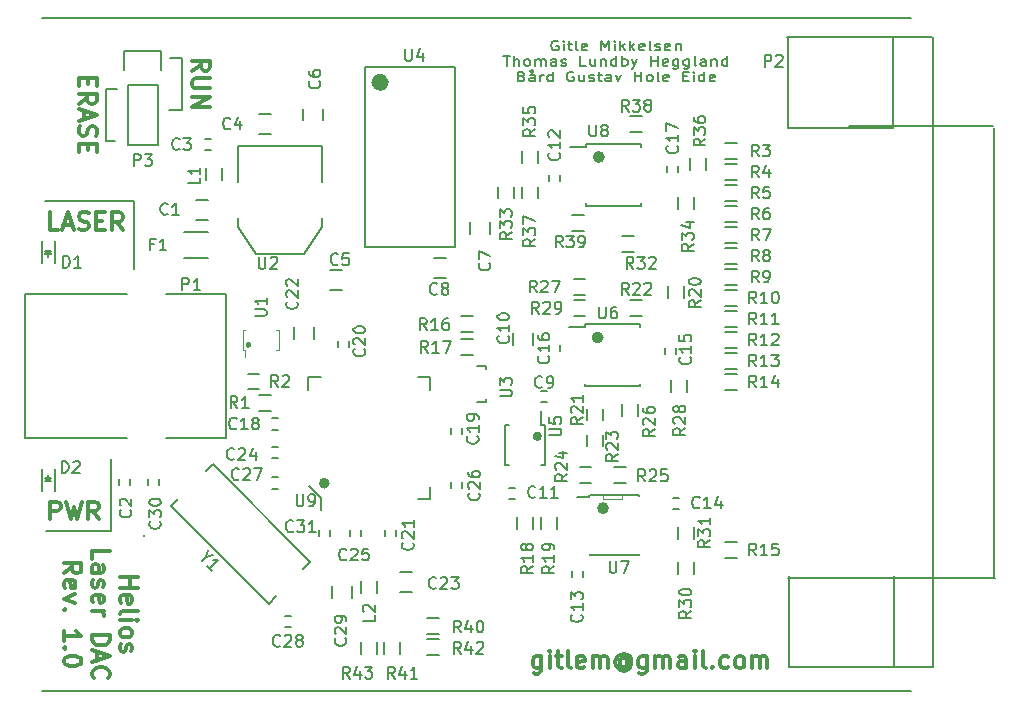
<source format=gbr>
G04 #@! TF.FileFunction,Legend,Top*
%FSLAX46Y46*%
G04 Gerber Fmt 4.6, Leading zero omitted, Abs format (unit mm)*
G04 Created by KiCad (PCBNEW 4.0.2-stable) date 2016-06-28 10:59.27*
%MOMM*%
G01*
G04 APERTURE LIST*
%ADD10C,0.100000*%
%ADD11C,0.200000*%
%ADD12C,0.300000*%
%ADD13C,0.150000*%
%ADD14C,0.500000*%
%ADD15C,1.000000*%
%ADD16C,0.400000*%
G04 APERTURE END LIST*
D10*
D11*
X101100000Y-117500000D02*
X100900000Y-117500000D01*
X108500000Y-117500000D02*
X101100000Y-117500000D01*
X108500000Y-123300000D02*
X108500000Y-117500000D01*
X106500000Y-145500000D02*
X106500000Y-139400000D01*
X101000000Y-145500000D02*
X106500000Y-145500000D01*
D12*
X102078572Y-119978571D02*
X101364286Y-119978571D01*
X101364286Y-118478571D01*
X102507143Y-119550000D02*
X103221429Y-119550000D01*
X102364286Y-119978571D02*
X102864286Y-118478571D01*
X103364286Y-119978571D01*
X103792857Y-119907143D02*
X104007143Y-119978571D01*
X104364286Y-119978571D01*
X104507143Y-119907143D01*
X104578572Y-119835714D01*
X104650000Y-119692857D01*
X104650000Y-119550000D01*
X104578572Y-119407143D01*
X104507143Y-119335714D01*
X104364286Y-119264286D01*
X104078572Y-119192857D01*
X103935714Y-119121429D01*
X103864286Y-119050000D01*
X103792857Y-118907143D01*
X103792857Y-118764286D01*
X103864286Y-118621429D01*
X103935714Y-118550000D01*
X104078572Y-118478571D01*
X104435714Y-118478571D01*
X104650000Y-118550000D01*
X105292857Y-119192857D02*
X105792857Y-119192857D01*
X106007143Y-119978571D02*
X105292857Y-119978571D01*
X105292857Y-118478571D01*
X106007143Y-118478571D01*
X107507143Y-119978571D02*
X107007143Y-119264286D01*
X106650000Y-119978571D02*
X106650000Y-118478571D01*
X107221428Y-118478571D01*
X107364286Y-118550000D01*
X107435714Y-118621429D01*
X107507143Y-118764286D01*
X107507143Y-118978571D01*
X107435714Y-119121429D01*
X107364286Y-119192857D01*
X107221428Y-119264286D01*
X106650000Y-119264286D01*
D11*
X109300000Y-145900000D02*
X109300000Y-145800000D01*
D12*
X101400000Y-144478571D02*
X101400000Y-142978571D01*
X101971428Y-142978571D01*
X102114286Y-143050000D01*
X102185714Y-143121429D01*
X102257143Y-143264286D01*
X102257143Y-143478571D01*
X102185714Y-143621429D01*
X102114286Y-143692857D01*
X101971428Y-143764286D01*
X101400000Y-143764286D01*
X102757143Y-142978571D02*
X103114286Y-144478571D01*
X103400000Y-143407143D01*
X103685714Y-144478571D01*
X104042857Y-142978571D01*
X105471429Y-144478571D02*
X104971429Y-143764286D01*
X104614286Y-144478571D02*
X104614286Y-142978571D01*
X105185714Y-142978571D01*
X105328572Y-143050000D01*
X105400000Y-143121429D01*
X105471429Y-143264286D01*
X105471429Y-143478571D01*
X105400000Y-143621429D01*
X105328572Y-143692857D01*
X105185714Y-143764286D01*
X104614286Y-143764286D01*
X142950000Y-156078571D02*
X142950000Y-157292857D01*
X142878571Y-157435714D01*
X142807143Y-157507143D01*
X142664286Y-157578571D01*
X142450000Y-157578571D01*
X142307143Y-157507143D01*
X142950000Y-157007143D02*
X142807143Y-157078571D01*
X142521429Y-157078571D01*
X142378571Y-157007143D01*
X142307143Y-156935714D01*
X142235714Y-156792857D01*
X142235714Y-156364286D01*
X142307143Y-156221429D01*
X142378571Y-156150000D01*
X142521429Y-156078571D01*
X142807143Y-156078571D01*
X142950000Y-156150000D01*
X143664286Y-157078571D02*
X143664286Y-156078571D01*
X143664286Y-155578571D02*
X143592857Y-155650000D01*
X143664286Y-155721429D01*
X143735714Y-155650000D01*
X143664286Y-155578571D01*
X143664286Y-155721429D01*
X144164286Y-156078571D02*
X144735715Y-156078571D01*
X144378572Y-155578571D02*
X144378572Y-156864286D01*
X144450000Y-157007143D01*
X144592858Y-157078571D01*
X144735715Y-157078571D01*
X145450001Y-157078571D02*
X145307143Y-157007143D01*
X145235715Y-156864286D01*
X145235715Y-155578571D01*
X146592857Y-157007143D02*
X146450000Y-157078571D01*
X146164286Y-157078571D01*
X146021429Y-157007143D01*
X145950000Y-156864286D01*
X145950000Y-156292857D01*
X146021429Y-156150000D01*
X146164286Y-156078571D01*
X146450000Y-156078571D01*
X146592857Y-156150000D01*
X146664286Y-156292857D01*
X146664286Y-156435714D01*
X145950000Y-156578571D01*
X147307143Y-157078571D02*
X147307143Y-156078571D01*
X147307143Y-156221429D02*
X147378571Y-156150000D01*
X147521429Y-156078571D01*
X147735714Y-156078571D01*
X147878571Y-156150000D01*
X147950000Y-156292857D01*
X147950000Y-157078571D01*
X147950000Y-156292857D02*
X148021429Y-156150000D01*
X148164286Y-156078571D01*
X148378571Y-156078571D01*
X148521429Y-156150000D01*
X148592857Y-156292857D01*
X148592857Y-157078571D01*
X150235714Y-156364286D02*
X150164286Y-156292857D01*
X150021429Y-156221429D01*
X149878571Y-156221429D01*
X149735714Y-156292857D01*
X149664286Y-156364286D01*
X149592857Y-156507143D01*
X149592857Y-156650000D01*
X149664286Y-156792857D01*
X149735714Y-156864286D01*
X149878571Y-156935714D01*
X150021429Y-156935714D01*
X150164286Y-156864286D01*
X150235714Y-156792857D01*
X150235714Y-156221429D02*
X150235714Y-156792857D01*
X150307143Y-156864286D01*
X150378571Y-156864286D01*
X150521429Y-156792857D01*
X150592857Y-156650000D01*
X150592857Y-156292857D01*
X150450000Y-156078571D01*
X150235714Y-155935714D01*
X149950000Y-155864286D01*
X149664286Y-155935714D01*
X149450000Y-156078571D01*
X149307143Y-156292857D01*
X149235714Y-156578571D01*
X149307143Y-156864286D01*
X149450000Y-157078571D01*
X149664286Y-157221429D01*
X149950000Y-157292857D01*
X150235714Y-157221429D01*
X150450000Y-157078571D01*
X151878571Y-156078571D02*
X151878571Y-157292857D01*
X151807142Y-157435714D01*
X151735714Y-157507143D01*
X151592857Y-157578571D01*
X151378571Y-157578571D01*
X151235714Y-157507143D01*
X151878571Y-157007143D02*
X151735714Y-157078571D01*
X151450000Y-157078571D01*
X151307142Y-157007143D01*
X151235714Y-156935714D01*
X151164285Y-156792857D01*
X151164285Y-156364286D01*
X151235714Y-156221429D01*
X151307142Y-156150000D01*
X151450000Y-156078571D01*
X151735714Y-156078571D01*
X151878571Y-156150000D01*
X152592857Y-157078571D02*
X152592857Y-156078571D01*
X152592857Y-156221429D02*
X152664285Y-156150000D01*
X152807143Y-156078571D01*
X153021428Y-156078571D01*
X153164285Y-156150000D01*
X153235714Y-156292857D01*
X153235714Y-157078571D01*
X153235714Y-156292857D02*
X153307143Y-156150000D01*
X153450000Y-156078571D01*
X153664285Y-156078571D01*
X153807143Y-156150000D01*
X153878571Y-156292857D01*
X153878571Y-157078571D01*
X155235714Y-157078571D02*
X155235714Y-156292857D01*
X155164285Y-156150000D01*
X155021428Y-156078571D01*
X154735714Y-156078571D01*
X154592857Y-156150000D01*
X155235714Y-157007143D02*
X155092857Y-157078571D01*
X154735714Y-157078571D01*
X154592857Y-157007143D01*
X154521428Y-156864286D01*
X154521428Y-156721429D01*
X154592857Y-156578571D01*
X154735714Y-156507143D01*
X155092857Y-156507143D01*
X155235714Y-156435714D01*
X155950000Y-157078571D02*
X155950000Y-156078571D01*
X155950000Y-155578571D02*
X155878571Y-155650000D01*
X155950000Y-155721429D01*
X156021428Y-155650000D01*
X155950000Y-155578571D01*
X155950000Y-155721429D01*
X156878572Y-157078571D02*
X156735714Y-157007143D01*
X156664286Y-156864286D01*
X156664286Y-155578571D01*
X157450000Y-156935714D02*
X157521428Y-157007143D01*
X157450000Y-157078571D01*
X157378571Y-157007143D01*
X157450000Y-156935714D01*
X157450000Y-157078571D01*
X158807143Y-157007143D02*
X158664286Y-157078571D01*
X158378572Y-157078571D01*
X158235714Y-157007143D01*
X158164286Y-156935714D01*
X158092857Y-156792857D01*
X158092857Y-156364286D01*
X158164286Y-156221429D01*
X158235714Y-156150000D01*
X158378572Y-156078571D01*
X158664286Y-156078571D01*
X158807143Y-156150000D01*
X159664286Y-157078571D02*
X159521428Y-157007143D01*
X159450000Y-156935714D01*
X159378571Y-156792857D01*
X159378571Y-156364286D01*
X159450000Y-156221429D01*
X159521428Y-156150000D01*
X159664286Y-156078571D01*
X159878571Y-156078571D01*
X160021428Y-156150000D01*
X160092857Y-156221429D01*
X160164286Y-156364286D01*
X160164286Y-156792857D01*
X160092857Y-156935714D01*
X160021428Y-157007143D01*
X159878571Y-157078571D01*
X159664286Y-157078571D01*
X160807143Y-157078571D02*
X160807143Y-156078571D01*
X160807143Y-156221429D02*
X160878571Y-156150000D01*
X161021429Y-156078571D01*
X161235714Y-156078571D01*
X161378571Y-156150000D01*
X161450000Y-156292857D01*
X161450000Y-157078571D01*
X161450000Y-156292857D02*
X161521429Y-156150000D01*
X161664286Y-156078571D01*
X161878571Y-156078571D01*
X162021429Y-156150000D01*
X162092857Y-156292857D01*
X162092857Y-157078571D01*
D11*
X144371428Y-103980000D02*
X144276190Y-103941905D01*
X144133333Y-103941905D01*
X143990475Y-103980000D01*
X143895237Y-104056190D01*
X143847618Y-104132381D01*
X143799999Y-104284762D01*
X143799999Y-104399048D01*
X143847618Y-104551429D01*
X143895237Y-104627619D01*
X143990475Y-104703810D01*
X144133333Y-104741905D01*
X144228571Y-104741905D01*
X144371428Y-104703810D01*
X144419047Y-104665714D01*
X144419047Y-104399048D01*
X144228571Y-104399048D01*
X144847618Y-104741905D02*
X144847618Y-104208571D01*
X144847618Y-103941905D02*
X144799999Y-103980000D01*
X144847618Y-104018095D01*
X144895237Y-103980000D01*
X144847618Y-103941905D01*
X144847618Y-104018095D01*
X145180951Y-104208571D02*
X145561903Y-104208571D01*
X145323808Y-103941905D02*
X145323808Y-104627619D01*
X145371427Y-104703810D01*
X145466665Y-104741905D01*
X145561903Y-104741905D01*
X146038094Y-104741905D02*
X145942856Y-104703810D01*
X145895237Y-104627619D01*
X145895237Y-103941905D01*
X146800000Y-104703810D02*
X146704762Y-104741905D01*
X146514285Y-104741905D01*
X146419047Y-104703810D01*
X146371428Y-104627619D01*
X146371428Y-104322857D01*
X146419047Y-104246667D01*
X146514285Y-104208571D01*
X146704762Y-104208571D01*
X146800000Y-104246667D01*
X146847619Y-104322857D01*
X146847619Y-104399048D01*
X146371428Y-104475238D01*
X148038095Y-104741905D02*
X148038095Y-103941905D01*
X148371429Y-104513333D01*
X148704762Y-103941905D01*
X148704762Y-104741905D01*
X149180952Y-104741905D02*
X149180952Y-104208571D01*
X149180952Y-103941905D02*
X149133333Y-103980000D01*
X149180952Y-104018095D01*
X149228571Y-103980000D01*
X149180952Y-103941905D01*
X149180952Y-104018095D01*
X149657142Y-104741905D02*
X149657142Y-103941905D01*
X149752380Y-104437143D02*
X150038095Y-104741905D01*
X150038095Y-104208571D02*
X149657142Y-104513333D01*
X150466666Y-104741905D02*
X150466666Y-103941905D01*
X150561904Y-104437143D02*
X150847619Y-104741905D01*
X150847619Y-104208571D02*
X150466666Y-104513333D01*
X151657143Y-104703810D02*
X151561905Y-104741905D01*
X151371428Y-104741905D01*
X151276190Y-104703810D01*
X151228571Y-104627619D01*
X151228571Y-104322857D01*
X151276190Y-104246667D01*
X151371428Y-104208571D01*
X151561905Y-104208571D01*
X151657143Y-104246667D01*
X151704762Y-104322857D01*
X151704762Y-104399048D01*
X151228571Y-104475238D01*
X152276190Y-104741905D02*
X152180952Y-104703810D01*
X152133333Y-104627619D01*
X152133333Y-103941905D01*
X152609524Y-104703810D02*
X152704762Y-104741905D01*
X152895238Y-104741905D01*
X152990477Y-104703810D01*
X153038096Y-104627619D01*
X153038096Y-104589524D01*
X152990477Y-104513333D01*
X152895238Y-104475238D01*
X152752381Y-104475238D01*
X152657143Y-104437143D01*
X152609524Y-104360952D01*
X152609524Y-104322857D01*
X152657143Y-104246667D01*
X152752381Y-104208571D01*
X152895238Y-104208571D01*
X152990477Y-104246667D01*
X153847620Y-104703810D02*
X153752382Y-104741905D01*
X153561905Y-104741905D01*
X153466667Y-104703810D01*
X153419048Y-104627619D01*
X153419048Y-104322857D01*
X153466667Y-104246667D01*
X153561905Y-104208571D01*
X153752382Y-104208571D01*
X153847620Y-104246667D01*
X153895239Y-104322857D01*
X153895239Y-104399048D01*
X153419048Y-104475238D01*
X154323810Y-104208571D02*
X154323810Y-104741905D01*
X154323810Y-104284762D02*
X154371429Y-104246667D01*
X154466667Y-104208571D01*
X154609525Y-104208571D01*
X154704763Y-104246667D01*
X154752382Y-104322857D01*
X154752382Y-104741905D01*
X139752380Y-105261905D02*
X140323809Y-105261905D01*
X140038094Y-106061905D02*
X140038094Y-105261905D01*
X140657142Y-106061905D02*
X140657142Y-105261905D01*
X141085714Y-106061905D02*
X141085714Y-105642857D01*
X141038095Y-105566667D01*
X140942857Y-105528571D01*
X140799999Y-105528571D01*
X140704761Y-105566667D01*
X140657142Y-105604762D01*
X141704761Y-106061905D02*
X141609523Y-106023810D01*
X141561904Y-105985714D01*
X141514285Y-105909524D01*
X141514285Y-105680952D01*
X141561904Y-105604762D01*
X141609523Y-105566667D01*
X141704761Y-105528571D01*
X141847619Y-105528571D01*
X141942857Y-105566667D01*
X141990476Y-105604762D01*
X142038095Y-105680952D01*
X142038095Y-105909524D01*
X141990476Y-105985714D01*
X141942857Y-106023810D01*
X141847619Y-106061905D01*
X141704761Y-106061905D01*
X142466666Y-106061905D02*
X142466666Y-105528571D01*
X142466666Y-105604762D02*
X142514285Y-105566667D01*
X142609523Y-105528571D01*
X142752381Y-105528571D01*
X142847619Y-105566667D01*
X142895238Y-105642857D01*
X142895238Y-106061905D01*
X142895238Y-105642857D02*
X142942857Y-105566667D01*
X143038095Y-105528571D01*
X143180952Y-105528571D01*
X143276190Y-105566667D01*
X143323809Y-105642857D01*
X143323809Y-106061905D01*
X144228571Y-106061905D02*
X144228571Y-105642857D01*
X144180952Y-105566667D01*
X144085714Y-105528571D01*
X143895237Y-105528571D01*
X143799999Y-105566667D01*
X144228571Y-106023810D02*
X144133333Y-106061905D01*
X143895237Y-106061905D01*
X143799999Y-106023810D01*
X143752380Y-105947619D01*
X143752380Y-105871429D01*
X143799999Y-105795238D01*
X143895237Y-105757143D01*
X144133333Y-105757143D01*
X144228571Y-105719048D01*
X144657142Y-106023810D02*
X144752380Y-106061905D01*
X144942856Y-106061905D01*
X145038095Y-106023810D01*
X145085714Y-105947619D01*
X145085714Y-105909524D01*
X145038095Y-105833333D01*
X144942856Y-105795238D01*
X144799999Y-105795238D01*
X144704761Y-105757143D01*
X144657142Y-105680952D01*
X144657142Y-105642857D01*
X144704761Y-105566667D01*
X144799999Y-105528571D01*
X144942856Y-105528571D01*
X145038095Y-105566667D01*
X146752381Y-106061905D02*
X146276190Y-106061905D01*
X146276190Y-105261905D01*
X147514286Y-105528571D02*
X147514286Y-106061905D01*
X147085714Y-105528571D02*
X147085714Y-105947619D01*
X147133333Y-106023810D01*
X147228571Y-106061905D01*
X147371429Y-106061905D01*
X147466667Y-106023810D01*
X147514286Y-105985714D01*
X147990476Y-105528571D02*
X147990476Y-106061905D01*
X147990476Y-105604762D02*
X148038095Y-105566667D01*
X148133333Y-105528571D01*
X148276191Y-105528571D01*
X148371429Y-105566667D01*
X148419048Y-105642857D01*
X148419048Y-106061905D01*
X149323810Y-106061905D02*
X149323810Y-105261905D01*
X149323810Y-106023810D02*
X149228572Y-106061905D01*
X149038095Y-106061905D01*
X148942857Y-106023810D01*
X148895238Y-105985714D01*
X148847619Y-105909524D01*
X148847619Y-105680952D01*
X148895238Y-105604762D01*
X148942857Y-105566667D01*
X149038095Y-105528571D01*
X149228572Y-105528571D01*
X149323810Y-105566667D01*
X149800000Y-106061905D02*
X149800000Y-105261905D01*
X149800000Y-105566667D02*
X149895238Y-105528571D01*
X150085715Y-105528571D01*
X150180953Y-105566667D01*
X150228572Y-105604762D01*
X150276191Y-105680952D01*
X150276191Y-105909524D01*
X150228572Y-105985714D01*
X150180953Y-106023810D01*
X150085715Y-106061905D01*
X149895238Y-106061905D01*
X149800000Y-106023810D01*
X150609524Y-105528571D02*
X150847619Y-106061905D01*
X151085715Y-105528571D02*
X150847619Y-106061905D01*
X150752381Y-106252381D01*
X150704762Y-106290476D01*
X150609524Y-106328571D01*
X152228572Y-106061905D02*
X152228572Y-105261905D01*
X152228572Y-105642857D02*
X152800001Y-105642857D01*
X152800001Y-106061905D02*
X152800001Y-105261905D01*
X153657144Y-106023810D02*
X153561906Y-106061905D01*
X153371429Y-106061905D01*
X153276191Y-106023810D01*
X153228572Y-105947619D01*
X153228572Y-105642857D01*
X153276191Y-105566667D01*
X153371429Y-105528571D01*
X153561906Y-105528571D01*
X153657144Y-105566667D01*
X153704763Y-105642857D01*
X153704763Y-105719048D01*
X153228572Y-105795238D01*
X154561906Y-105528571D02*
X154561906Y-106176190D01*
X154514287Y-106252381D01*
X154466668Y-106290476D01*
X154371429Y-106328571D01*
X154228572Y-106328571D01*
X154133334Y-106290476D01*
X154561906Y-106023810D02*
X154466668Y-106061905D01*
X154276191Y-106061905D01*
X154180953Y-106023810D01*
X154133334Y-105985714D01*
X154085715Y-105909524D01*
X154085715Y-105680952D01*
X154133334Y-105604762D01*
X154180953Y-105566667D01*
X154276191Y-105528571D01*
X154466668Y-105528571D01*
X154561906Y-105566667D01*
X155466668Y-105528571D02*
X155466668Y-106176190D01*
X155419049Y-106252381D01*
X155371430Y-106290476D01*
X155276191Y-106328571D01*
X155133334Y-106328571D01*
X155038096Y-106290476D01*
X155466668Y-106023810D02*
X155371430Y-106061905D01*
X155180953Y-106061905D01*
X155085715Y-106023810D01*
X155038096Y-105985714D01*
X154990477Y-105909524D01*
X154990477Y-105680952D01*
X155038096Y-105604762D01*
X155085715Y-105566667D01*
X155180953Y-105528571D01*
X155371430Y-105528571D01*
X155466668Y-105566667D01*
X156085715Y-106061905D02*
X155990477Y-106023810D01*
X155942858Y-105947619D01*
X155942858Y-105261905D01*
X156895240Y-106061905D02*
X156895240Y-105642857D01*
X156847621Y-105566667D01*
X156752383Y-105528571D01*
X156561906Y-105528571D01*
X156466668Y-105566667D01*
X156895240Y-106023810D02*
X156800002Y-106061905D01*
X156561906Y-106061905D01*
X156466668Y-106023810D01*
X156419049Y-105947619D01*
X156419049Y-105871429D01*
X156466668Y-105795238D01*
X156561906Y-105757143D01*
X156800002Y-105757143D01*
X156895240Y-105719048D01*
X157371430Y-105528571D02*
X157371430Y-106061905D01*
X157371430Y-105604762D02*
X157419049Y-105566667D01*
X157514287Y-105528571D01*
X157657145Y-105528571D01*
X157752383Y-105566667D01*
X157800002Y-105642857D01*
X157800002Y-106061905D01*
X158704764Y-106061905D02*
X158704764Y-105261905D01*
X158704764Y-106023810D02*
X158609526Y-106061905D01*
X158419049Y-106061905D01*
X158323811Y-106023810D01*
X158276192Y-105985714D01*
X158228573Y-105909524D01*
X158228573Y-105680952D01*
X158276192Y-105604762D01*
X158323811Y-105566667D01*
X158419049Y-105528571D01*
X158609526Y-105528571D01*
X158704764Y-105566667D01*
X141299999Y-106962857D02*
X141442856Y-107000952D01*
X141490475Y-107039048D01*
X141538094Y-107115238D01*
X141538094Y-107229524D01*
X141490475Y-107305714D01*
X141442856Y-107343810D01*
X141347618Y-107381905D01*
X140966665Y-107381905D01*
X140966665Y-106581905D01*
X141299999Y-106581905D01*
X141395237Y-106620000D01*
X141442856Y-106658095D01*
X141490475Y-106734286D01*
X141490475Y-106810476D01*
X141442856Y-106886667D01*
X141395237Y-106924762D01*
X141299999Y-106962857D01*
X140966665Y-106962857D01*
X142395237Y-107381905D02*
X142395237Y-106962857D01*
X142347618Y-106886667D01*
X142252380Y-106848571D01*
X142061903Y-106848571D01*
X141966665Y-106886667D01*
X142395237Y-107343810D02*
X142299999Y-107381905D01*
X142061903Y-107381905D01*
X141966665Y-107343810D01*
X141919046Y-107267619D01*
X141919046Y-107191429D01*
X141966665Y-107115238D01*
X142061903Y-107077143D01*
X142299999Y-107077143D01*
X142395237Y-107039048D01*
X142157141Y-106658095D02*
X142061903Y-106620000D01*
X142014284Y-106543810D01*
X142061903Y-106467619D01*
X142157141Y-106429524D01*
X142252380Y-106467619D01*
X142299999Y-106543810D01*
X142252380Y-106620000D01*
X142157141Y-106658095D01*
X142871427Y-107381905D02*
X142871427Y-106848571D01*
X142871427Y-107000952D02*
X142919046Y-106924762D01*
X142966665Y-106886667D01*
X143061903Y-106848571D01*
X143157142Y-106848571D01*
X143919047Y-107381905D02*
X143919047Y-106581905D01*
X143919047Y-107343810D02*
X143823809Y-107381905D01*
X143633332Y-107381905D01*
X143538094Y-107343810D01*
X143490475Y-107305714D01*
X143442856Y-107229524D01*
X143442856Y-107000952D01*
X143490475Y-106924762D01*
X143538094Y-106886667D01*
X143633332Y-106848571D01*
X143823809Y-106848571D01*
X143919047Y-106886667D01*
X145680952Y-106620000D02*
X145585714Y-106581905D01*
X145442857Y-106581905D01*
X145299999Y-106620000D01*
X145204761Y-106696190D01*
X145157142Y-106772381D01*
X145109523Y-106924762D01*
X145109523Y-107039048D01*
X145157142Y-107191429D01*
X145204761Y-107267619D01*
X145299999Y-107343810D01*
X145442857Y-107381905D01*
X145538095Y-107381905D01*
X145680952Y-107343810D01*
X145728571Y-107305714D01*
X145728571Y-107039048D01*
X145538095Y-107039048D01*
X146585714Y-106848571D02*
X146585714Y-107381905D01*
X146157142Y-106848571D02*
X146157142Y-107267619D01*
X146204761Y-107343810D01*
X146299999Y-107381905D01*
X146442857Y-107381905D01*
X146538095Y-107343810D01*
X146585714Y-107305714D01*
X147014285Y-107343810D02*
X147109523Y-107381905D01*
X147299999Y-107381905D01*
X147395238Y-107343810D01*
X147442857Y-107267619D01*
X147442857Y-107229524D01*
X147395238Y-107153333D01*
X147299999Y-107115238D01*
X147157142Y-107115238D01*
X147061904Y-107077143D01*
X147014285Y-107000952D01*
X147014285Y-106962857D01*
X147061904Y-106886667D01*
X147157142Y-106848571D01*
X147299999Y-106848571D01*
X147395238Y-106886667D01*
X147728571Y-106848571D02*
X148109523Y-106848571D01*
X147871428Y-106581905D02*
X147871428Y-107267619D01*
X147919047Y-107343810D01*
X148014285Y-107381905D01*
X148109523Y-107381905D01*
X148871429Y-107381905D02*
X148871429Y-106962857D01*
X148823810Y-106886667D01*
X148728572Y-106848571D01*
X148538095Y-106848571D01*
X148442857Y-106886667D01*
X148871429Y-107343810D02*
X148776191Y-107381905D01*
X148538095Y-107381905D01*
X148442857Y-107343810D01*
X148395238Y-107267619D01*
X148395238Y-107191429D01*
X148442857Y-107115238D01*
X148538095Y-107077143D01*
X148776191Y-107077143D01*
X148871429Y-107039048D01*
X149252381Y-106848571D02*
X149490476Y-107381905D01*
X149728572Y-106848571D01*
X150871429Y-107381905D02*
X150871429Y-106581905D01*
X150871429Y-106962857D02*
X151442858Y-106962857D01*
X151442858Y-107381905D02*
X151442858Y-106581905D01*
X152061905Y-107381905D02*
X151966667Y-107343810D01*
X151919048Y-107305714D01*
X151871429Y-107229524D01*
X151871429Y-107000952D01*
X151919048Y-106924762D01*
X151966667Y-106886667D01*
X152061905Y-106848571D01*
X152204763Y-106848571D01*
X152300001Y-106886667D01*
X152347620Y-106924762D01*
X152395239Y-107000952D01*
X152395239Y-107229524D01*
X152347620Y-107305714D01*
X152300001Y-107343810D01*
X152204763Y-107381905D01*
X152061905Y-107381905D01*
X152966667Y-107381905D02*
X152871429Y-107343810D01*
X152823810Y-107267619D01*
X152823810Y-106581905D01*
X153728573Y-107343810D02*
X153633335Y-107381905D01*
X153442858Y-107381905D01*
X153347620Y-107343810D01*
X153300001Y-107267619D01*
X153300001Y-106962857D01*
X153347620Y-106886667D01*
X153442858Y-106848571D01*
X153633335Y-106848571D01*
X153728573Y-106886667D01*
X153776192Y-106962857D01*
X153776192Y-107039048D01*
X153300001Y-107115238D01*
X154966668Y-106962857D02*
X155300002Y-106962857D01*
X155442859Y-107381905D02*
X154966668Y-107381905D01*
X154966668Y-106581905D01*
X155442859Y-106581905D01*
X155871430Y-107381905D02*
X155871430Y-106848571D01*
X155871430Y-106581905D02*
X155823811Y-106620000D01*
X155871430Y-106658095D01*
X155919049Y-106620000D01*
X155871430Y-106581905D01*
X155871430Y-106658095D01*
X156776192Y-107381905D02*
X156776192Y-106581905D01*
X156776192Y-107343810D02*
X156680954Y-107381905D01*
X156490477Y-107381905D01*
X156395239Y-107343810D01*
X156347620Y-107305714D01*
X156300001Y-107229524D01*
X156300001Y-107000952D01*
X156347620Y-106924762D01*
X156395239Y-106886667D01*
X156490477Y-106848571D01*
X156680954Y-106848571D01*
X156776192Y-106886667D01*
X157633335Y-107343810D02*
X157538097Y-107381905D01*
X157347620Y-107381905D01*
X157252382Y-107343810D01*
X157204763Y-107267619D01*
X157204763Y-106962857D01*
X157252382Y-106886667D01*
X157347620Y-106848571D01*
X157538097Y-106848571D01*
X157633335Y-106886667D01*
X157680954Y-106962857D01*
X157680954Y-107039048D01*
X157204763Y-107115238D01*
D12*
X113421429Y-106492857D02*
X114135714Y-105992857D01*
X113421429Y-105635714D02*
X114921429Y-105635714D01*
X114921429Y-106207142D01*
X114850000Y-106350000D01*
X114778571Y-106421428D01*
X114635714Y-106492857D01*
X114421429Y-106492857D01*
X114278571Y-106421428D01*
X114207143Y-106350000D01*
X114135714Y-106207142D01*
X114135714Y-105635714D01*
X114921429Y-107135714D02*
X113707143Y-107135714D01*
X113564286Y-107207142D01*
X113492857Y-107278571D01*
X113421429Y-107421428D01*
X113421429Y-107707142D01*
X113492857Y-107850000D01*
X113564286Y-107921428D01*
X113707143Y-107992857D01*
X114921429Y-107992857D01*
X113421429Y-108707143D02*
X114921429Y-108707143D01*
X113421429Y-109564286D01*
X114921429Y-109564286D01*
D11*
X112500000Y-105400000D02*
X111500000Y-105400000D01*
X112500000Y-109800000D02*
X112500000Y-105400000D01*
X111400000Y-109800000D02*
X112500000Y-109800000D01*
D12*
X104607143Y-107092858D02*
X104607143Y-107592858D01*
X103821429Y-107807144D02*
X103821429Y-107092858D01*
X105321429Y-107092858D01*
X105321429Y-107807144D01*
X103821429Y-109307144D02*
X104535714Y-108807144D01*
X103821429Y-108450001D02*
X105321429Y-108450001D01*
X105321429Y-109021429D01*
X105250000Y-109164287D01*
X105178571Y-109235715D01*
X105035714Y-109307144D01*
X104821429Y-109307144D01*
X104678571Y-109235715D01*
X104607143Y-109164287D01*
X104535714Y-109021429D01*
X104535714Y-108450001D01*
X104250000Y-109878572D02*
X104250000Y-110592858D01*
X103821429Y-109735715D02*
X105321429Y-110235715D01*
X103821429Y-110735715D01*
X103892857Y-111164286D02*
X103821429Y-111378572D01*
X103821429Y-111735715D01*
X103892857Y-111878572D01*
X103964286Y-111950001D01*
X104107143Y-112021429D01*
X104250000Y-112021429D01*
X104392857Y-111950001D01*
X104464286Y-111878572D01*
X104535714Y-111735715D01*
X104607143Y-111450001D01*
X104678571Y-111307143D01*
X104750000Y-111235715D01*
X104892857Y-111164286D01*
X105035714Y-111164286D01*
X105178571Y-111235715D01*
X105250000Y-111307143D01*
X105321429Y-111450001D01*
X105321429Y-111807143D01*
X105250000Y-112021429D01*
X104607143Y-112664286D02*
X104607143Y-113164286D01*
X103821429Y-113378572D02*
X103821429Y-112664286D01*
X105321429Y-112664286D01*
X105321429Y-113378572D01*
D11*
X106100000Y-112400000D02*
X106900000Y-112400000D01*
X106100000Y-108000000D02*
X106100000Y-112400000D01*
X107000000Y-108000000D02*
X106100000Y-108000000D01*
X170000000Y-102000000D02*
X174300000Y-102000000D01*
X170000000Y-159000000D02*
X174300000Y-159000000D01*
X100700000Y-159000000D02*
X100800000Y-159000000D01*
X105000000Y-159000000D02*
X100700000Y-159000000D01*
X105000000Y-102000000D02*
X100700000Y-102000000D01*
D12*
X107321429Y-149392857D02*
X108821429Y-149392857D01*
X108107143Y-149392857D02*
X108107143Y-150250000D01*
X107321429Y-150250000D02*
X108821429Y-150250000D01*
X107392857Y-151535714D02*
X107321429Y-151392857D01*
X107321429Y-151107143D01*
X107392857Y-150964286D01*
X107535714Y-150892857D01*
X108107143Y-150892857D01*
X108250000Y-150964286D01*
X108321429Y-151107143D01*
X108321429Y-151392857D01*
X108250000Y-151535714D01*
X108107143Y-151607143D01*
X107964286Y-151607143D01*
X107821429Y-150892857D01*
X107321429Y-152464286D02*
X107392857Y-152321428D01*
X107535714Y-152250000D01*
X108821429Y-152250000D01*
X107321429Y-153035714D02*
X108321429Y-153035714D01*
X108821429Y-153035714D02*
X108750000Y-152964285D01*
X108678571Y-153035714D01*
X108750000Y-153107142D01*
X108821429Y-153035714D01*
X108678571Y-153035714D01*
X107321429Y-153964286D02*
X107392857Y-153821428D01*
X107464286Y-153750000D01*
X107607143Y-153678571D01*
X108035714Y-153678571D01*
X108178571Y-153750000D01*
X108250000Y-153821428D01*
X108321429Y-153964286D01*
X108321429Y-154178571D01*
X108250000Y-154321428D01*
X108178571Y-154392857D01*
X108035714Y-154464286D01*
X107607143Y-154464286D01*
X107464286Y-154392857D01*
X107392857Y-154321428D01*
X107321429Y-154178571D01*
X107321429Y-153964286D01*
X107392857Y-155035714D02*
X107321429Y-155178571D01*
X107321429Y-155464286D01*
X107392857Y-155607143D01*
X107535714Y-155678571D01*
X107607143Y-155678571D01*
X107750000Y-155607143D01*
X107821429Y-155464286D01*
X107821429Y-155250000D01*
X107892857Y-155107143D01*
X108035714Y-155035714D01*
X108107143Y-155035714D01*
X108250000Y-155107143D01*
X108321429Y-155250000D01*
X108321429Y-155464286D01*
X108250000Y-155607143D01*
X104921429Y-147857144D02*
X104921429Y-147142858D01*
X106421429Y-147142858D01*
X104921429Y-149000001D02*
X105707143Y-149000001D01*
X105850000Y-148928572D01*
X105921429Y-148785715D01*
X105921429Y-148500001D01*
X105850000Y-148357144D01*
X104992857Y-149000001D02*
X104921429Y-148857144D01*
X104921429Y-148500001D01*
X104992857Y-148357144D01*
X105135714Y-148285715D01*
X105278571Y-148285715D01*
X105421429Y-148357144D01*
X105492857Y-148500001D01*
X105492857Y-148857144D01*
X105564286Y-149000001D01*
X104992857Y-149642858D02*
X104921429Y-149785715D01*
X104921429Y-150071430D01*
X104992857Y-150214287D01*
X105135714Y-150285715D01*
X105207143Y-150285715D01*
X105350000Y-150214287D01*
X105421429Y-150071430D01*
X105421429Y-149857144D01*
X105492857Y-149714287D01*
X105635714Y-149642858D01*
X105707143Y-149642858D01*
X105850000Y-149714287D01*
X105921429Y-149857144D01*
X105921429Y-150071430D01*
X105850000Y-150214287D01*
X104992857Y-151500001D02*
X104921429Y-151357144D01*
X104921429Y-151071430D01*
X104992857Y-150928573D01*
X105135714Y-150857144D01*
X105707143Y-150857144D01*
X105850000Y-150928573D01*
X105921429Y-151071430D01*
X105921429Y-151357144D01*
X105850000Y-151500001D01*
X105707143Y-151571430D01*
X105564286Y-151571430D01*
X105421429Y-150857144D01*
X104921429Y-152214287D02*
X105921429Y-152214287D01*
X105635714Y-152214287D02*
X105778571Y-152285715D01*
X105850000Y-152357144D01*
X105921429Y-152500001D01*
X105921429Y-152642858D01*
X104921429Y-154285715D02*
X106421429Y-154285715D01*
X106421429Y-154642858D01*
X106350000Y-154857143D01*
X106207143Y-155000001D01*
X106064286Y-155071429D01*
X105778571Y-155142858D01*
X105564286Y-155142858D01*
X105278571Y-155071429D01*
X105135714Y-155000001D01*
X104992857Y-154857143D01*
X104921429Y-154642858D01*
X104921429Y-154285715D01*
X105350000Y-155714286D02*
X105350000Y-156428572D01*
X104921429Y-155571429D02*
X106421429Y-156071429D01*
X104921429Y-156571429D01*
X105064286Y-157928572D02*
X104992857Y-157857143D01*
X104921429Y-157642857D01*
X104921429Y-157500000D01*
X104992857Y-157285715D01*
X105135714Y-157142857D01*
X105278571Y-157071429D01*
X105564286Y-157000000D01*
X105778571Y-157000000D01*
X106064286Y-157071429D01*
X106207143Y-157142857D01*
X106350000Y-157285715D01*
X106421429Y-157500000D01*
X106421429Y-157642857D01*
X106350000Y-157857143D01*
X106278571Y-157928572D01*
X102521429Y-149035715D02*
X103235714Y-148535715D01*
X102521429Y-148178572D02*
X104021429Y-148178572D01*
X104021429Y-148750000D01*
X103950000Y-148892858D01*
X103878571Y-148964286D01*
X103735714Y-149035715D01*
X103521429Y-149035715D01*
X103378571Y-148964286D01*
X103307143Y-148892858D01*
X103235714Y-148750000D01*
X103235714Y-148178572D01*
X102592857Y-150250000D02*
X102521429Y-150107143D01*
X102521429Y-149821429D01*
X102592857Y-149678572D01*
X102735714Y-149607143D01*
X103307143Y-149607143D01*
X103450000Y-149678572D01*
X103521429Y-149821429D01*
X103521429Y-150107143D01*
X103450000Y-150250000D01*
X103307143Y-150321429D01*
X103164286Y-150321429D01*
X103021429Y-149607143D01*
X103521429Y-150821429D02*
X102521429Y-151178572D01*
X103521429Y-151535714D01*
X102664286Y-152107143D02*
X102592857Y-152178571D01*
X102521429Y-152107143D01*
X102592857Y-152035714D01*
X102664286Y-152107143D01*
X102521429Y-152107143D01*
X102521429Y-154750000D02*
X102521429Y-153892857D01*
X102521429Y-154321429D02*
X104021429Y-154321429D01*
X103807143Y-154178572D01*
X103664286Y-154035714D01*
X103592857Y-153892857D01*
X102664286Y-155392857D02*
X102592857Y-155464285D01*
X102521429Y-155392857D01*
X102592857Y-155321428D01*
X102664286Y-155392857D01*
X102521429Y-155392857D01*
X104021429Y-156392857D02*
X104021429Y-156535714D01*
X103950000Y-156678571D01*
X103878571Y-156750000D01*
X103735714Y-156821429D01*
X103450000Y-156892857D01*
X103092857Y-156892857D01*
X102807143Y-156821429D01*
X102664286Y-156750000D01*
X102592857Y-156678571D01*
X102521429Y-156535714D01*
X102521429Y-156392857D01*
X102592857Y-156250000D01*
X102664286Y-156178571D01*
X102807143Y-156107143D01*
X103092857Y-156035714D01*
X103450000Y-156035714D01*
X103735714Y-156107143D01*
X103878571Y-156178571D01*
X103950000Y-156250000D01*
X104021429Y-156392857D01*
D11*
X105000000Y-159000000D02*
X170000000Y-159000000D01*
X170000000Y-102000000D02*
X105000000Y-102000000D01*
D10*
X148200000Y-142400000D02*
X148200000Y-142750000D01*
X148200000Y-142750000D02*
X149800000Y-142750000D01*
X149800000Y-142750000D02*
X149800000Y-142400000D01*
D13*
X147000000Y-142550000D02*
X146000000Y-142550000D01*
X147025000Y-142525000D02*
X147025000Y-142380000D01*
D14*
X148438000Y-143526000D02*
G75*
G03X148438000Y-143526000I-254000J0D01*
G01*
D13*
X151275000Y-142375000D02*
X151275000Y-142520000D01*
X151275000Y-147525000D02*
X151275000Y-147380000D01*
X147125000Y-147525000D02*
X147125000Y-147380000D01*
X147125000Y-142375000D02*
X151275000Y-142375000D01*
X147125000Y-147525000D02*
X151275000Y-147525000D01*
X132000000Y-148950000D02*
X131000000Y-148950000D01*
X131000000Y-150650000D02*
X132000000Y-150650000D01*
X124336000Y-143696000D02*
X124336000Y-142680000D01*
D14*
X124796000Y-141410000D02*
G75*
G03X124796000Y-141410000I-206000J0D01*
G01*
D13*
X124336000Y-142680000D02*
X123320000Y-141664000D01*
X123225000Y-132425000D02*
X124300000Y-132425000D01*
X133575000Y-132425000D02*
X132500000Y-132425000D01*
X133575000Y-142775000D02*
X132500000Y-142775000D01*
X133575000Y-142775000D02*
X133575000Y-141700000D01*
X133575000Y-132425000D02*
X133575000Y-133500000D01*
X123225000Y-132425000D02*
X123225000Y-133500000D01*
X124356000Y-115876000D02*
X124356000Y-112828000D01*
X124356000Y-112828000D02*
X117244000Y-112828000D01*
X117244000Y-112828000D02*
X117244000Y-115876000D01*
X124356000Y-118924000D02*
X124356000Y-119686000D01*
X124356000Y-119686000D02*
X122832000Y-121972000D01*
X122832000Y-121972000D02*
X118768000Y-121972000D01*
X118768000Y-121972000D02*
X117244000Y-119686000D01*
X117244000Y-119686000D02*
X117244000Y-118924000D01*
X142675000Y-113300000D02*
X142675000Y-114300000D01*
X141325000Y-114300000D02*
X141325000Y-113300000D01*
X113750000Y-119100000D02*
X114750000Y-119100000D01*
X114750000Y-117400000D02*
X113750000Y-117400000D01*
X108175000Y-141550000D02*
X108175000Y-141050000D01*
X107225000Y-141050000D02*
X107225000Y-141550000D01*
X114500000Y-113225000D02*
X115000000Y-113225000D01*
X115000000Y-112275000D02*
X114500000Y-112275000D01*
X120100000Y-110150000D02*
X119100000Y-110150000D01*
X119100000Y-111850000D02*
X120100000Y-111850000D01*
X126100000Y-123350000D02*
X125100000Y-123350000D01*
X125100000Y-125050000D02*
X126100000Y-125050000D01*
X122750000Y-109700000D02*
X122750000Y-110700000D01*
X124450000Y-110700000D02*
X124450000Y-109700000D01*
X138650000Y-120300000D02*
X138650000Y-119300000D01*
X136950000Y-119300000D02*
X136950000Y-120300000D01*
X133900000Y-124050000D02*
X134900000Y-124050000D01*
X134900000Y-122350000D02*
X133900000Y-122350000D01*
X143450000Y-133625000D02*
X142950000Y-133625000D01*
X142950000Y-134575000D02*
X143450000Y-134575000D01*
X140550000Y-128700000D02*
X140550000Y-129700000D01*
X142250000Y-129700000D02*
X142250000Y-128700000D01*
X140750000Y-141825000D02*
X140250000Y-141825000D01*
X140250000Y-142775000D02*
X140750000Y-142775000D01*
X143625000Y-115350000D02*
X143625000Y-115850000D01*
X144575000Y-115850000D02*
X144575000Y-115350000D01*
X145525000Y-148850000D02*
X145525000Y-149350000D01*
X146475000Y-149350000D02*
X146475000Y-148850000D01*
X154150000Y-143575000D02*
X154650000Y-143575000D01*
X154650000Y-142625000D02*
X154150000Y-142625000D01*
X154375000Y-130450000D02*
X154375000Y-129950000D01*
X153425000Y-129950000D02*
X153425000Y-130450000D01*
X144575000Y-130250000D02*
X144575000Y-129750000D01*
X143625000Y-129750000D02*
X143625000Y-130250000D01*
X154575000Y-115050000D02*
X154575000Y-114550000D01*
X153625000Y-114550000D02*
X153625000Y-115050000D01*
X120150000Y-136875000D02*
X120650000Y-136875000D01*
X120650000Y-135925000D02*
X120150000Y-135925000D01*
X135325000Y-136750000D02*
X135325000Y-137250000D01*
X136275000Y-137250000D02*
X136275000Y-136750000D01*
X125725000Y-129350000D02*
X125725000Y-129850000D01*
X126675000Y-129850000D02*
X126675000Y-129350000D01*
X130675000Y-145850000D02*
X130675000Y-145350000D01*
X129725000Y-145350000D02*
X129725000Y-145850000D01*
X122050000Y-128200000D02*
X122050000Y-129200000D01*
X123750000Y-129200000D02*
X123750000Y-128200000D01*
X120150000Y-139275000D02*
X120650000Y-139275000D01*
X120650000Y-138325000D02*
X120150000Y-138325000D01*
X127675000Y-145850000D02*
X127675000Y-145350000D01*
X126725000Y-145350000D02*
X126725000Y-145850000D01*
X136275000Y-141850000D02*
X136275000Y-141350000D01*
X135325000Y-141350000D02*
X135325000Y-141850000D01*
X120150000Y-141875000D02*
X120650000Y-141875000D01*
X120650000Y-140925000D02*
X120150000Y-140925000D01*
X121250000Y-153575000D02*
X121750000Y-153575000D01*
X121750000Y-152625000D02*
X121250000Y-152625000D01*
X126950000Y-151100000D02*
X126950000Y-150100000D01*
X125250000Y-150100000D02*
X125250000Y-151100000D01*
X109625000Y-141050000D02*
X109625000Y-141550000D01*
X110575000Y-141550000D02*
X110575000Y-141050000D01*
X125075000Y-145850000D02*
X125075000Y-145350000D01*
X124125000Y-145350000D02*
X124125000Y-145850000D01*
X100650000Y-120900000D02*
X100650000Y-122800000D01*
X101750000Y-120900000D02*
X101750000Y-122800000D01*
X101200000Y-121800000D02*
X101200000Y-122250000D01*
X101450000Y-121750000D02*
X100950000Y-121750000D01*
X101200000Y-121750000D02*
X101450000Y-122000000D01*
X101450000Y-122000000D02*
X100950000Y-122000000D01*
X100950000Y-122000000D02*
X101200000Y-121750000D01*
X101750000Y-142100000D02*
X101750000Y-140200000D01*
X100650000Y-142100000D02*
X100650000Y-140200000D01*
X101200000Y-141200000D02*
X101200000Y-140750000D01*
X100950000Y-141250000D02*
X101450000Y-141250000D01*
X101200000Y-141250000D02*
X100950000Y-141000000D01*
X100950000Y-141000000D02*
X101450000Y-141000000D01*
X101450000Y-141000000D02*
X101200000Y-141250000D01*
X114750000Y-122325000D02*
X112750000Y-122325000D01*
X112750000Y-120175000D02*
X114750000Y-120175000D01*
X115925000Y-114750000D02*
X115925000Y-115750000D01*
X114575000Y-115750000D02*
X114575000Y-114750000D01*
X127725000Y-150700000D02*
X127725000Y-149700000D01*
X129075000Y-149700000D02*
X129075000Y-150700000D01*
X181300000Y-149400000D02*
X181300000Y-111300000D01*
X181200000Y-111200000D02*
X169000000Y-111200000D01*
X181400000Y-149400000D02*
X169200000Y-149400000D01*
X176100000Y-103600000D02*
X176100000Y-109700000D01*
X176100000Y-103900000D02*
X176100000Y-110000000D01*
X176000000Y-103600000D02*
X163800000Y-103600000D01*
X176100000Y-150700000D02*
X176100000Y-156800000D01*
X176100000Y-156800000D02*
X176100000Y-157000000D01*
X176100000Y-157000000D02*
X163900000Y-157000000D01*
X172700000Y-149400000D02*
X163810000Y-149400000D01*
X172700000Y-111300000D02*
X163810000Y-111300000D01*
X172800000Y-156920000D02*
X172800000Y-149300000D01*
X172700000Y-103680000D02*
X172700000Y-111300000D01*
X163910000Y-149300000D02*
X163910000Y-156920000D01*
X176105000Y-110030000D02*
X176105000Y-150670000D01*
X163810000Y-103680000D02*
X163810000Y-111300000D01*
X107930000Y-107670000D02*
X107930000Y-112750000D01*
X107930000Y-112750000D02*
X110470000Y-112750000D01*
X110470000Y-112750000D02*
X110470000Y-107670000D01*
X110750000Y-104850000D02*
X110750000Y-106400000D01*
X110470000Y-107670000D02*
X107930000Y-107670000D01*
X107650000Y-106400000D02*
X107650000Y-104850000D01*
X107650000Y-104850000D02*
X110750000Y-104850000D01*
X120100000Y-135275000D02*
X119100000Y-135275000D01*
X119100000Y-133925000D02*
X120100000Y-133925000D01*
X118100000Y-132125000D02*
X119100000Y-132125000D01*
X119100000Y-133475000D02*
X118100000Y-133475000D01*
X158504000Y-112609000D02*
X159504000Y-112609000D01*
X159504000Y-113959000D02*
X158504000Y-113959000D01*
X158504000Y-114387000D02*
X159504000Y-114387000D01*
X159504000Y-115737000D02*
X158504000Y-115737000D01*
X158504000Y-116165000D02*
X159504000Y-116165000D01*
X159504000Y-117515000D02*
X158504000Y-117515000D01*
X158504000Y-117943000D02*
X159504000Y-117943000D01*
X159504000Y-119293000D02*
X158504000Y-119293000D01*
X158504000Y-119721000D02*
X159504000Y-119721000D01*
X159504000Y-121071000D02*
X158504000Y-121071000D01*
X158504000Y-121499000D02*
X159504000Y-121499000D01*
X159504000Y-122849000D02*
X158504000Y-122849000D01*
X158504000Y-123277000D02*
X159504000Y-123277000D01*
X159504000Y-124627000D02*
X158504000Y-124627000D01*
X158504000Y-125055000D02*
X159504000Y-125055000D01*
X159504000Y-126405000D02*
X158504000Y-126405000D01*
X158504000Y-126833000D02*
X159504000Y-126833000D01*
X159504000Y-128183000D02*
X158504000Y-128183000D01*
X158504000Y-128611000D02*
X159504000Y-128611000D01*
X159504000Y-129961000D02*
X158504000Y-129961000D01*
X158504000Y-130389000D02*
X159504000Y-130389000D01*
X159504000Y-131739000D02*
X158504000Y-131739000D01*
X158504000Y-132167000D02*
X159504000Y-132167000D01*
X159504000Y-133517000D02*
X158504000Y-133517000D01*
X158504000Y-146391000D02*
X159504000Y-146391000D01*
X159504000Y-147741000D02*
X158504000Y-147741000D01*
X136200000Y-127225000D02*
X137200000Y-127225000D01*
X137200000Y-128575000D02*
X136200000Y-128575000D01*
X136200000Y-129225000D02*
X137200000Y-129225000D01*
X137200000Y-130575000D02*
X136200000Y-130575000D01*
X140925000Y-145300000D02*
X140925000Y-144300000D01*
X142275000Y-144300000D02*
X142275000Y-145300000D01*
X144275000Y-144300000D02*
X144275000Y-145300000D01*
X142925000Y-145300000D02*
X142925000Y-144300000D01*
X155075000Y-124700000D02*
X155075000Y-125700000D01*
X153725000Y-125700000D02*
X153725000Y-124700000D01*
X146825000Y-138300000D02*
X146825000Y-137300000D01*
X148175000Y-137300000D02*
X148175000Y-138300000D01*
X151500000Y-127275000D02*
X150500000Y-127275000D01*
X150500000Y-125925000D02*
X151500000Y-125925000D01*
X146825000Y-136100000D02*
X146825000Y-135100000D01*
X148175000Y-135100000D02*
X148175000Y-136100000D01*
X147200000Y-141375000D02*
X146200000Y-141375000D01*
X146200000Y-140025000D02*
X147200000Y-140025000D01*
X150100000Y-141375000D02*
X149100000Y-141375000D01*
X149100000Y-140025000D02*
X150100000Y-140025000D01*
X149825000Y-135700000D02*
X149825000Y-134700000D01*
X151175000Y-134700000D02*
X151175000Y-135700000D01*
X145700000Y-124125000D02*
X146700000Y-124125000D01*
X146700000Y-125475000D02*
X145700000Y-125475000D01*
X155275000Y-132700000D02*
X155275000Y-133700000D01*
X153925000Y-133700000D02*
X153925000Y-132700000D01*
X146700000Y-127275000D02*
X145700000Y-127275000D01*
X145700000Y-125925000D02*
X146700000Y-125925000D01*
X155875000Y-148100000D02*
X155875000Y-149100000D01*
X154525000Y-149100000D02*
X154525000Y-148100000D01*
X154525000Y-146100000D02*
X154525000Y-145100000D01*
X155875000Y-145100000D02*
X155875000Y-146100000D01*
X149800000Y-120525000D02*
X150800000Y-120525000D01*
X150800000Y-121875000D02*
X149800000Y-121875000D01*
X139325000Y-117300000D02*
X139325000Y-116300000D01*
X140675000Y-116300000D02*
X140675000Y-117300000D01*
X155875000Y-117200000D02*
X155875000Y-118200000D01*
X154525000Y-118200000D02*
X154525000Y-117200000D01*
X155525000Y-114900000D02*
X155525000Y-113900000D01*
X156875000Y-113900000D02*
X156875000Y-114900000D01*
X142675000Y-116300000D02*
X142675000Y-117300000D01*
X141325000Y-117300000D02*
X141325000Y-116300000D01*
X150500000Y-110325000D02*
X151500000Y-110325000D01*
X151500000Y-111675000D02*
X150500000Y-111675000D01*
X145600000Y-118725000D02*
X146600000Y-118725000D01*
X146600000Y-120075000D02*
X145600000Y-120075000D01*
X133300000Y-152825000D02*
X134300000Y-152825000D01*
X134300000Y-154175000D02*
X133300000Y-154175000D01*
X129625000Y-155900000D02*
X129625000Y-154900000D01*
X130975000Y-154900000D02*
X130975000Y-155900000D01*
D10*
X117900000Y-130150000D02*
X117900000Y-130700000D01*
D14*
X118180000Y-129700000D02*
G75*
G03X118180000Y-129700000I-30000J0D01*
G01*
D10*
X120500000Y-130150000D02*
X120750000Y-130150000D01*
X120750000Y-130150000D02*
X120750000Y-128450000D01*
X120750000Y-128450000D02*
X120500000Y-128450000D01*
X117900000Y-130150000D02*
X117700000Y-130150000D01*
X117700000Y-130150000D02*
X117700000Y-128450000D01*
X117700000Y-128450000D02*
X117900000Y-128450000D01*
D13*
X138250240Y-134299160D02*
X138250240Y-134250900D01*
X137549200Y-131500180D02*
X138250240Y-131500180D01*
X138250240Y-131500180D02*
X138250240Y-131749100D01*
X138250240Y-134299160D02*
X138250240Y-134499820D01*
X138250240Y-134499820D02*
X137549200Y-134499820D01*
D15*
X129540000Y-107470000D02*
G75*
G03X129540000Y-107470000I-230000J0D01*
G01*
D13*
X135660000Y-106200000D02*
X135660000Y-121440000D01*
X135660000Y-121440000D02*
X128040000Y-121440000D01*
X128040000Y-121440000D02*
X128040000Y-106200000D01*
X128040000Y-106200000D02*
X135660000Y-106200000D01*
D16*
X142808000Y-137438000D02*
G75*
G03X142808000Y-137438000I-192000J0D01*
G01*
D13*
X143275000Y-136525000D02*
X142975000Y-136525000D01*
X143275000Y-139875000D02*
X142975000Y-139875000D01*
X139925000Y-139875000D02*
X140225000Y-139875000D01*
X139925000Y-136525000D02*
X140225000Y-136525000D01*
X143275000Y-136525000D02*
X143275000Y-139875000D01*
X139925000Y-136525000D02*
X139925000Y-139875000D01*
X142975000Y-136525000D02*
X142975000Y-135300000D01*
D14*
X147984000Y-129076000D02*
G75*
G03X147984000Y-129076000I-254000J0D01*
G01*
D13*
X146675000Y-127975000D02*
X146675000Y-128200000D01*
X151325000Y-127975000D02*
X151325000Y-128200000D01*
X151325000Y-133225000D02*
X151325000Y-133000000D01*
X146675000Y-133225000D02*
X146675000Y-133000000D01*
X146675000Y-127975000D02*
X151325000Y-127975000D01*
X146675000Y-133225000D02*
X151325000Y-133225000D01*
X146675000Y-128200000D02*
X145325000Y-128200000D01*
D14*
X148082000Y-113792000D02*
G75*
G03X148082000Y-113792000I-254000J0D01*
G01*
D13*
X146773000Y-112691000D02*
X146773000Y-112916000D01*
X151423000Y-112691000D02*
X151423000Y-112916000D01*
X151423000Y-117941000D02*
X151423000Y-117716000D01*
X146773000Y-117941000D02*
X146773000Y-117716000D01*
X146773000Y-112691000D02*
X151423000Y-112691000D01*
X146773000Y-117941000D02*
X151423000Y-117941000D01*
X146773000Y-112916000D02*
X145423000Y-112916000D01*
X123403620Y-148068992D02*
X115131008Y-139796380D01*
X111596380Y-143331008D02*
X119868992Y-151603620D01*
X115131008Y-139796380D02*
X114531127Y-140396261D01*
X111596380Y-143331008D02*
X112196261Y-142731127D01*
X123403620Y-148068992D02*
X122803739Y-148668873D01*
X119868992Y-151603620D02*
X120468873Y-151003739D01*
X107900000Y-125384000D02*
X99264000Y-125384000D01*
X116282000Y-125384000D02*
X111202000Y-125384000D01*
X107900000Y-137576000D02*
X99264000Y-137576000D01*
X116282000Y-137576000D02*
X111202000Y-137576000D01*
X99264000Y-137576000D02*
X99264000Y-125384000D01*
X116282000Y-125384000D02*
X116282000Y-137576000D01*
X133300000Y-154625000D02*
X134300000Y-154625000D01*
X134300000Y-155975000D02*
X133300000Y-155975000D01*
X127725000Y-155900000D02*
X127725000Y-154900000D01*
X129075000Y-154900000D02*
X129075000Y-155900000D01*
X148738095Y-148002381D02*
X148738095Y-148811905D01*
X148785714Y-148907143D01*
X148833333Y-148954762D01*
X148928571Y-149002381D01*
X149119048Y-149002381D01*
X149214286Y-148954762D01*
X149261905Y-148907143D01*
X149309524Y-148811905D01*
X149309524Y-148002381D01*
X149690476Y-148002381D02*
X150357143Y-148002381D01*
X149928571Y-149002381D01*
X134057143Y-150257143D02*
X134009524Y-150304762D01*
X133866667Y-150352381D01*
X133771429Y-150352381D01*
X133628571Y-150304762D01*
X133533333Y-150209524D01*
X133485714Y-150114286D01*
X133438095Y-149923810D01*
X133438095Y-149780952D01*
X133485714Y-149590476D01*
X133533333Y-149495238D01*
X133628571Y-149400000D01*
X133771429Y-149352381D01*
X133866667Y-149352381D01*
X134009524Y-149400000D01*
X134057143Y-149447619D01*
X134438095Y-149447619D02*
X134485714Y-149400000D01*
X134580952Y-149352381D01*
X134819048Y-149352381D01*
X134914286Y-149400000D01*
X134961905Y-149447619D01*
X135009524Y-149542857D01*
X135009524Y-149638095D01*
X134961905Y-149780952D01*
X134390476Y-150352381D01*
X135009524Y-150352381D01*
X135342857Y-149352381D02*
X135961905Y-149352381D01*
X135628571Y-149733333D01*
X135771429Y-149733333D01*
X135866667Y-149780952D01*
X135914286Y-149828571D01*
X135961905Y-149923810D01*
X135961905Y-150161905D01*
X135914286Y-150257143D01*
X135866667Y-150304762D01*
X135771429Y-150352381D01*
X135485714Y-150352381D01*
X135390476Y-150304762D01*
X135342857Y-150257143D01*
X122238095Y-142352381D02*
X122238095Y-143161905D01*
X122285714Y-143257143D01*
X122333333Y-143304762D01*
X122428571Y-143352381D01*
X122619048Y-143352381D01*
X122714286Y-143304762D01*
X122761905Y-143257143D01*
X122809524Y-143161905D01*
X122809524Y-142352381D01*
X123333333Y-143352381D02*
X123523809Y-143352381D01*
X123619048Y-143304762D01*
X123666667Y-143257143D01*
X123761905Y-143114286D01*
X123809524Y-142923810D01*
X123809524Y-142542857D01*
X123761905Y-142447619D01*
X123714286Y-142400000D01*
X123619048Y-142352381D01*
X123428571Y-142352381D01*
X123333333Y-142400000D01*
X123285714Y-142447619D01*
X123238095Y-142542857D01*
X123238095Y-142780952D01*
X123285714Y-142876190D01*
X123333333Y-142923810D01*
X123428571Y-142971429D01*
X123619048Y-142971429D01*
X123714286Y-142923810D01*
X123761905Y-142876190D01*
X123809524Y-142780952D01*
X119038095Y-122252381D02*
X119038095Y-123061905D01*
X119085714Y-123157143D01*
X119133333Y-123204762D01*
X119228571Y-123252381D01*
X119419048Y-123252381D01*
X119514286Y-123204762D01*
X119561905Y-123157143D01*
X119609524Y-123061905D01*
X119609524Y-122252381D01*
X120038095Y-122347619D02*
X120085714Y-122300000D01*
X120180952Y-122252381D01*
X120419048Y-122252381D01*
X120514286Y-122300000D01*
X120561905Y-122347619D01*
X120609524Y-122442857D01*
X120609524Y-122538095D01*
X120561905Y-122680952D01*
X119990476Y-123252381D01*
X120609524Y-123252381D01*
X142452381Y-111442857D02*
X141976190Y-111776191D01*
X142452381Y-112014286D02*
X141452381Y-112014286D01*
X141452381Y-111633333D01*
X141500000Y-111538095D01*
X141547619Y-111490476D01*
X141642857Y-111442857D01*
X141785714Y-111442857D01*
X141880952Y-111490476D01*
X141928571Y-111538095D01*
X141976190Y-111633333D01*
X141976190Y-112014286D01*
X141452381Y-111109524D02*
X141452381Y-110490476D01*
X141833333Y-110823810D01*
X141833333Y-110680952D01*
X141880952Y-110585714D01*
X141928571Y-110538095D01*
X142023810Y-110490476D01*
X142261905Y-110490476D01*
X142357143Y-110538095D01*
X142404762Y-110585714D01*
X142452381Y-110680952D01*
X142452381Y-110966667D01*
X142404762Y-111061905D01*
X142357143Y-111109524D01*
X141452381Y-109585714D02*
X141452381Y-110061905D01*
X141928571Y-110109524D01*
X141880952Y-110061905D01*
X141833333Y-109966667D01*
X141833333Y-109728571D01*
X141880952Y-109633333D01*
X141928571Y-109585714D01*
X142023810Y-109538095D01*
X142261905Y-109538095D01*
X142357143Y-109585714D01*
X142404762Y-109633333D01*
X142452381Y-109728571D01*
X142452381Y-109966667D01*
X142404762Y-110061905D01*
X142357143Y-110109524D01*
X111333334Y-118607143D02*
X111285715Y-118654762D01*
X111142858Y-118702381D01*
X111047620Y-118702381D01*
X110904762Y-118654762D01*
X110809524Y-118559524D01*
X110761905Y-118464286D01*
X110714286Y-118273810D01*
X110714286Y-118130952D01*
X110761905Y-117940476D01*
X110809524Y-117845238D01*
X110904762Y-117750000D01*
X111047620Y-117702381D01*
X111142858Y-117702381D01*
X111285715Y-117750000D01*
X111333334Y-117797619D01*
X112285715Y-118702381D02*
X111714286Y-118702381D01*
X112000000Y-118702381D02*
X112000000Y-117702381D01*
X111904762Y-117845238D01*
X111809524Y-117940476D01*
X111714286Y-117988095D01*
X108157143Y-143666666D02*
X108204762Y-143714285D01*
X108252381Y-143857142D01*
X108252381Y-143952380D01*
X108204762Y-144095238D01*
X108109524Y-144190476D01*
X108014286Y-144238095D01*
X107823810Y-144285714D01*
X107680952Y-144285714D01*
X107490476Y-144238095D01*
X107395238Y-144190476D01*
X107300000Y-144095238D01*
X107252381Y-143952380D01*
X107252381Y-143857142D01*
X107300000Y-143714285D01*
X107347619Y-143666666D01*
X107347619Y-143285714D02*
X107300000Y-143238095D01*
X107252381Y-143142857D01*
X107252381Y-142904761D01*
X107300000Y-142809523D01*
X107347619Y-142761904D01*
X107442857Y-142714285D01*
X107538095Y-142714285D01*
X107680952Y-142761904D01*
X108252381Y-143333333D01*
X108252381Y-142714285D01*
X112333334Y-113107143D02*
X112285715Y-113154762D01*
X112142858Y-113202381D01*
X112047620Y-113202381D01*
X111904762Y-113154762D01*
X111809524Y-113059524D01*
X111761905Y-112964286D01*
X111714286Y-112773810D01*
X111714286Y-112630952D01*
X111761905Y-112440476D01*
X111809524Y-112345238D01*
X111904762Y-112250000D01*
X112047620Y-112202381D01*
X112142858Y-112202381D01*
X112285715Y-112250000D01*
X112333334Y-112297619D01*
X112666667Y-112202381D02*
X113285715Y-112202381D01*
X112952381Y-112583333D01*
X113095239Y-112583333D01*
X113190477Y-112630952D01*
X113238096Y-112678571D01*
X113285715Y-112773810D01*
X113285715Y-113011905D01*
X113238096Y-113107143D01*
X113190477Y-113154762D01*
X113095239Y-113202381D01*
X112809524Y-113202381D01*
X112714286Y-113154762D01*
X112666667Y-113107143D01*
X116633334Y-111357143D02*
X116585715Y-111404762D01*
X116442858Y-111452381D01*
X116347620Y-111452381D01*
X116204762Y-111404762D01*
X116109524Y-111309524D01*
X116061905Y-111214286D01*
X116014286Y-111023810D01*
X116014286Y-110880952D01*
X116061905Y-110690476D01*
X116109524Y-110595238D01*
X116204762Y-110500000D01*
X116347620Y-110452381D01*
X116442858Y-110452381D01*
X116585715Y-110500000D01*
X116633334Y-110547619D01*
X117490477Y-110785714D02*
X117490477Y-111452381D01*
X117252381Y-110404762D02*
X117014286Y-111119048D01*
X117633334Y-111119048D01*
X125733334Y-122857143D02*
X125685715Y-122904762D01*
X125542858Y-122952381D01*
X125447620Y-122952381D01*
X125304762Y-122904762D01*
X125209524Y-122809524D01*
X125161905Y-122714286D01*
X125114286Y-122523810D01*
X125114286Y-122380952D01*
X125161905Y-122190476D01*
X125209524Y-122095238D01*
X125304762Y-122000000D01*
X125447620Y-121952381D01*
X125542858Y-121952381D01*
X125685715Y-122000000D01*
X125733334Y-122047619D01*
X126638096Y-121952381D02*
X126161905Y-121952381D01*
X126114286Y-122428571D01*
X126161905Y-122380952D01*
X126257143Y-122333333D01*
X126495239Y-122333333D01*
X126590477Y-122380952D01*
X126638096Y-122428571D01*
X126685715Y-122523810D01*
X126685715Y-122761905D01*
X126638096Y-122857143D01*
X126590477Y-122904762D01*
X126495239Y-122952381D01*
X126257143Y-122952381D01*
X126161905Y-122904762D01*
X126114286Y-122857143D01*
X124157143Y-107366666D02*
X124204762Y-107414285D01*
X124252381Y-107557142D01*
X124252381Y-107652380D01*
X124204762Y-107795238D01*
X124109524Y-107890476D01*
X124014286Y-107938095D01*
X123823810Y-107985714D01*
X123680952Y-107985714D01*
X123490476Y-107938095D01*
X123395238Y-107890476D01*
X123300000Y-107795238D01*
X123252381Y-107652380D01*
X123252381Y-107557142D01*
X123300000Y-107414285D01*
X123347619Y-107366666D01*
X123252381Y-106509523D02*
X123252381Y-106700000D01*
X123300000Y-106795238D01*
X123347619Y-106842857D01*
X123490476Y-106938095D01*
X123680952Y-106985714D01*
X124061905Y-106985714D01*
X124157143Y-106938095D01*
X124204762Y-106890476D01*
X124252381Y-106795238D01*
X124252381Y-106604761D01*
X124204762Y-106509523D01*
X124157143Y-106461904D01*
X124061905Y-106414285D01*
X123823810Y-106414285D01*
X123728571Y-106461904D01*
X123680952Y-106509523D01*
X123633333Y-106604761D01*
X123633333Y-106795238D01*
X123680952Y-106890476D01*
X123728571Y-106938095D01*
X123823810Y-106985714D01*
X138557143Y-122766666D02*
X138604762Y-122814285D01*
X138652381Y-122957142D01*
X138652381Y-123052380D01*
X138604762Y-123195238D01*
X138509524Y-123290476D01*
X138414286Y-123338095D01*
X138223810Y-123385714D01*
X138080952Y-123385714D01*
X137890476Y-123338095D01*
X137795238Y-123290476D01*
X137700000Y-123195238D01*
X137652381Y-123052380D01*
X137652381Y-122957142D01*
X137700000Y-122814285D01*
X137747619Y-122766666D01*
X137652381Y-122433333D02*
X137652381Y-121766666D01*
X138652381Y-122195238D01*
X134133334Y-125357143D02*
X134085715Y-125404762D01*
X133942858Y-125452381D01*
X133847620Y-125452381D01*
X133704762Y-125404762D01*
X133609524Y-125309524D01*
X133561905Y-125214286D01*
X133514286Y-125023810D01*
X133514286Y-124880952D01*
X133561905Y-124690476D01*
X133609524Y-124595238D01*
X133704762Y-124500000D01*
X133847620Y-124452381D01*
X133942858Y-124452381D01*
X134085715Y-124500000D01*
X134133334Y-124547619D01*
X134704762Y-124880952D02*
X134609524Y-124833333D01*
X134561905Y-124785714D01*
X134514286Y-124690476D01*
X134514286Y-124642857D01*
X134561905Y-124547619D01*
X134609524Y-124500000D01*
X134704762Y-124452381D01*
X134895239Y-124452381D01*
X134990477Y-124500000D01*
X135038096Y-124547619D01*
X135085715Y-124642857D01*
X135085715Y-124690476D01*
X135038096Y-124785714D01*
X134990477Y-124833333D01*
X134895239Y-124880952D01*
X134704762Y-124880952D01*
X134609524Y-124928571D01*
X134561905Y-124976190D01*
X134514286Y-125071429D01*
X134514286Y-125261905D01*
X134561905Y-125357143D01*
X134609524Y-125404762D01*
X134704762Y-125452381D01*
X134895239Y-125452381D01*
X134990477Y-125404762D01*
X135038096Y-125357143D01*
X135085715Y-125261905D01*
X135085715Y-125071429D01*
X135038096Y-124976190D01*
X134990477Y-124928571D01*
X134895239Y-124880952D01*
X143033334Y-133257143D02*
X142985715Y-133304762D01*
X142842858Y-133352381D01*
X142747620Y-133352381D01*
X142604762Y-133304762D01*
X142509524Y-133209524D01*
X142461905Y-133114286D01*
X142414286Y-132923810D01*
X142414286Y-132780952D01*
X142461905Y-132590476D01*
X142509524Y-132495238D01*
X142604762Y-132400000D01*
X142747620Y-132352381D01*
X142842858Y-132352381D01*
X142985715Y-132400000D01*
X143033334Y-132447619D01*
X143509524Y-133352381D02*
X143700000Y-133352381D01*
X143795239Y-133304762D01*
X143842858Y-133257143D01*
X143938096Y-133114286D01*
X143985715Y-132923810D01*
X143985715Y-132542857D01*
X143938096Y-132447619D01*
X143890477Y-132400000D01*
X143795239Y-132352381D01*
X143604762Y-132352381D01*
X143509524Y-132400000D01*
X143461905Y-132447619D01*
X143414286Y-132542857D01*
X143414286Y-132780952D01*
X143461905Y-132876190D01*
X143509524Y-132923810D01*
X143604762Y-132971429D01*
X143795239Y-132971429D01*
X143890477Y-132923810D01*
X143938096Y-132876190D01*
X143985715Y-132780952D01*
X140157143Y-128942857D02*
X140204762Y-128990476D01*
X140252381Y-129133333D01*
X140252381Y-129228571D01*
X140204762Y-129371429D01*
X140109524Y-129466667D01*
X140014286Y-129514286D01*
X139823810Y-129561905D01*
X139680952Y-129561905D01*
X139490476Y-129514286D01*
X139395238Y-129466667D01*
X139300000Y-129371429D01*
X139252381Y-129228571D01*
X139252381Y-129133333D01*
X139300000Y-128990476D01*
X139347619Y-128942857D01*
X140252381Y-127990476D02*
X140252381Y-128561905D01*
X140252381Y-128276191D02*
X139252381Y-128276191D01*
X139395238Y-128371429D01*
X139490476Y-128466667D01*
X139538095Y-128561905D01*
X139252381Y-127371429D02*
X139252381Y-127276190D01*
X139300000Y-127180952D01*
X139347619Y-127133333D01*
X139442857Y-127085714D01*
X139633333Y-127038095D01*
X139871429Y-127038095D01*
X140061905Y-127085714D01*
X140157143Y-127133333D01*
X140204762Y-127180952D01*
X140252381Y-127276190D01*
X140252381Y-127371429D01*
X140204762Y-127466667D01*
X140157143Y-127514286D01*
X140061905Y-127561905D01*
X139871429Y-127609524D01*
X139633333Y-127609524D01*
X139442857Y-127561905D01*
X139347619Y-127514286D01*
X139300000Y-127466667D01*
X139252381Y-127371429D01*
X142457143Y-142557143D02*
X142409524Y-142604762D01*
X142266667Y-142652381D01*
X142171429Y-142652381D01*
X142028571Y-142604762D01*
X141933333Y-142509524D01*
X141885714Y-142414286D01*
X141838095Y-142223810D01*
X141838095Y-142080952D01*
X141885714Y-141890476D01*
X141933333Y-141795238D01*
X142028571Y-141700000D01*
X142171429Y-141652381D01*
X142266667Y-141652381D01*
X142409524Y-141700000D01*
X142457143Y-141747619D01*
X143409524Y-142652381D02*
X142838095Y-142652381D01*
X143123809Y-142652381D02*
X143123809Y-141652381D01*
X143028571Y-141795238D01*
X142933333Y-141890476D01*
X142838095Y-141938095D01*
X144361905Y-142652381D02*
X143790476Y-142652381D01*
X144076190Y-142652381D02*
X144076190Y-141652381D01*
X143980952Y-141795238D01*
X143885714Y-141890476D01*
X143790476Y-141938095D01*
X144457143Y-113442857D02*
X144504762Y-113490476D01*
X144552381Y-113633333D01*
X144552381Y-113728571D01*
X144504762Y-113871429D01*
X144409524Y-113966667D01*
X144314286Y-114014286D01*
X144123810Y-114061905D01*
X143980952Y-114061905D01*
X143790476Y-114014286D01*
X143695238Y-113966667D01*
X143600000Y-113871429D01*
X143552381Y-113728571D01*
X143552381Y-113633333D01*
X143600000Y-113490476D01*
X143647619Y-113442857D01*
X144552381Y-112490476D02*
X144552381Y-113061905D01*
X144552381Y-112776191D02*
X143552381Y-112776191D01*
X143695238Y-112871429D01*
X143790476Y-112966667D01*
X143838095Y-113061905D01*
X143647619Y-112109524D02*
X143600000Y-112061905D01*
X143552381Y-111966667D01*
X143552381Y-111728571D01*
X143600000Y-111633333D01*
X143647619Y-111585714D01*
X143742857Y-111538095D01*
X143838095Y-111538095D01*
X143980952Y-111585714D01*
X144552381Y-112157143D01*
X144552381Y-111538095D01*
X146357143Y-152542857D02*
X146404762Y-152590476D01*
X146452381Y-152733333D01*
X146452381Y-152828571D01*
X146404762Y-152971429D01*
X146309524Y-153066667D01*
X146214286Y-153114286D01*
X146023810Y-153161905D01*
X145880952Y-153161905D01*
X145690476Y-153114286D01*
X145595238Y-153066667D01*
X145500000Y-152971429D01*
X145452381Y-152828571D01*
X145452381Y-152733333D01*
X145500000Y-152590476D01*
X145547619Y-152542857D01*
X146452381Y-151590476D02*
X146452381Y-152161905D01*
X146452381Y-151876191D02*
X145452381Y-151876191D01*
X145595238Y-151971429D01*
X145690476Y-152066667D01*
X145738095Y-152161905D01*
X145452381Y-151257143D02*
X145452381Y-150638095D01*
X145833333Y-150971429D01*
X145833333Y-150828571D01*
X145880952Y-150733333D01*
X145928571Y-150685714D01*
X146023810Y-150638095D01*
X146261905Y-150638095D01*
X146357143Y-150685714D01*
X146404762Y-150733333D01*
X146452381Y-150828571D01*
X146452381Y-151114286D01*
X146404762Y-151209524D01*
X146357143Y-151257143D01*
X156357143Y-143457143D02*
X156309524Y-143504762D01*
X156166667Y-143552381D01*
X156071429Y-143552381D01*
X155928571Y-143504762D01*
X155833333Y-143409524D01*
X155785714Y-143314286D01*
X155738095Y-143123810D01*
X155738095Y-142980952D01*
X155785714Y-142790476D01*
X155833333Y-142695238D01*
X155928571Y-142600000D01*
X156071429Y-142552381D01*
X156166667Y-142552381D01*
X156309524Y-142600000D01*
X156357143Y-142647619D01*
X157309524Y-143552381D02*
X156738095Y-143552381D01*
X157023809Y-143552381D02*
X157023809Y-142552381D01*
X156928571Y-142695238D01*
X156833333Y-142790476D01*
X156738095Y-142838095D01*
X158166667Y-142885714D02*
X158166667Y-143552381D01*
X157928571Y-142504762D02*
X157690476Y-143219048D01*
X158309524Y-143219048D01*
X155557143Y-130742857D02*
X155604762Y-130790476D01*
X155652381Y-130933333D01*
X155652381Y-131028571D01*
X155604762Y-131171429D01*
X155509524Y-131266667D01*
X155414286Y-131314286D01*
X155223810Y-131361905D01*
X155080952Y-131361905D01*
X154890476Y-131314286D01*
X154795238Y-131266667D01*
X154700000Y-131171429D01*
X154652381Y-131028571D01*
X154652381Y-130933333D01*
X154700000Y-130790476D01*
X154747619Y-130742857D01*
X155652381Y-129790476D02*
X155652381Y-130361905D01*
X155652381Y-130076191D02*
X154652381Y-130076191D01*
X154795238Y-130171429D01*
X154890476Y-130266667D01*
X154938095Y-130361905D01*
X154652381Y-128885714D02*
X154652381Y-129361905D01*
X155128571Y-129409524D01*
X155080952Y-129361905D01*
X155033333Y-129266667D01*
X155033333Y-129028571D01*
X155080952Y-128933333D01*
X155128571Y-128885714D01*
X155223810Y-128838095D01*
X155461905Y-128838095D01*
X155557143Y-128885714D01*
X155604762Y-128933333D01*
X155652381Y-129028571D01*
X155652381Y-129266667D01*
X155604762Y-129361905D01*
X155557143Y-129409524D01*
X143557143Y-130642857D02*
X143604762Y-130690476D01*
X143652381Y-130833333D01*
X143652381Y-130928571D01*
X143604762Y-131071429D01*
X143509524Y-131166667D01*
X143414286Y-131214286D01*
X143223810Y-131261905D01*
X143080952Y-131261905D01*
X142890476Y-131214286D01*
X142795238Y-131166667D01*
X142700000Y-131071429D01*
X142652381Y-130928571D01*
X142652381Y-130833333D01*
X142700000Y-130690476D01*
X142747619Y-130642857D01*
X143652381Y-129690476D02*
X143652381Y-130261905D01*
X143652381Y-129976191D02*
X142652381Y-129976191D01*
X142795238Y-130071429D01*
X142890476Y-130166667D01*
X142938095Y-130261905D01*
X142652381Y-128833333D02*
X142652381Y-129023810D01*
X142700000Y-129119048D01*
X142747619Y-129166667D01*
X142890476Y-129261905D01*
X143080952Y-129309524D01*
X143461905Y-129309524D01*
X143557143Y-129261905D01*
X143604762Y-129214286D01*
X143652381Y-129119048D01*
X143652381Y-128928571D01*
X143604762Y-128833333D01*
X143557143Y-128785714D01*
X143461905Y-128738095D01*
X143223810Y-128738095D01*
X143128571Y-128785714D01*
X143080952Y-128833333D01*
X143033333Y-128928571D01*
X143033333Y-129119048D01*
X143080952Y-129214286D01*
X143128571Y-129261905D01*
X143223810Y-129309524D01*
X154457143Y-112842857D02*
X154504762Y-112890476D01*
X154552381Y-113033333D01*
X154552381Y-113128571D01*
X154504762Y-113271429D01*
X154409524Y-113366667D01*
X154314286Y-113414286D01*
X154123810Y-113461905D01*
X153980952Y-113461905D01*
X153790476Y-113414286D01*
X153695238Y-113366667D01*
X153600000Y-113271429D01*
X153552381Y-113128571D01*
X153552381Y-113033333D01*
X153600000Y-112890476D01*
X153647619Y-112842857D01*
X154552381Y-111890476D02*
X154552381Y-112461905D01*
X154552381Y-112176191D02*
X153552381Y-112176191D01*
X153695238Y-112271429D01*
X153790476Y-112366667D01*
X153838095Y-112461905D01*
X153552381Y-111557143D02*
X153552381Y-110890476D01*
X154552381Y-111319048D01*
X117157143Y-136757143D02*
X117109524Y-136804762D01*
X116966667Y-136852381D01*
X116871429Y-136852381D01*
X116728571Y-136804762D01*
X116633333Y-136709524D01*
X116585714Y-136614286D01*
X116538095Y-136423810D01*
X116538095Y-136280952D01*
X116585714Y-136090476D01*
X116633333Y-135995238D01*
X116728571Y-135900000D01*
X116871429Y-135852381D01*
X116966667Y-135852381D01*
X117109524Y-135900000D01*
X117157143Y-135947619D01*
X118109524Y-136852381D02*
X117538095Y-136852381D01*
X117823809Y-136852381D02*
X117823809Y-135852381D01*
X117728571Y-135995238D01*
X117633333Y-136090476D01*
X117538095Y-136138095D01*
X118680952Y-136280952D02*
X118585714Y-136233333D01*
X118538095Y-136185714D01*
X118490476Y-136090476D01*
X118490476Y-136042857D01*
X118538095Y-135947619D01*
X118585714Y-135900000D01*
X118680952Y-135852381D01*
X118871429Y-135852381D01*
X118966667Y-135900000D01*
X119014286Y-135947619D01*
X119061905Y-136042857D01*
X119061905Y-136090476D01*
X119014286Y-136185714D01*
X118966667Y-136233333D01*
X118871429Y-136280952D01*
X118680952Y-136280952D01*
X118585714Y-136328571D01*
X118538095Y-136376190D01*
X118490476Y-136471429D01*
X118490476Y-136661905D01*
X118538095Y-136757143D01*
X118585714Y-136804762D01*
X118680952Y-136852381D01*
X118871429Y-136852381D01*
X118966667Y-136804762D01*
X119014286Y-136757143D01*
X119061905Y-136661905D01*
X119061905Y-136471429D01*
X119014286Y-136376190D01*
X118966667Y-136328571D01*
X118871429Y-136280952D01*
X137557143Y-137442857D02*
X137604762Y-137490476D01*
X137652381Y-137633333D01*
X137652381Y-137728571D01*
X137604762Y-137871429D01*
X137509524Y-137966667D01*
X137414286Y-138014286D01*
X137223810Y-138061905D01*
X137080952Y-138061905D01*
X136890476Y-138014286D01*
X136795238Y-137966667D01*
X136700000Y-137871429D01*
X136652381Y-137728571D01*
X136652381Y-137633333D01*
X136700000Y-137490476D01*
X136747619Y-137442857D01*
X137652381Y-136490476D02*
X137652381Y-137061905D01*
X137652381Y-136776191D02*
X136652381Y-136776191D01*
X136795238Y-136871429D01*
X136890476Y-136966667D01*
X136938095Y-137061905D01*
X137652381Y-136014286D02*
X137652381Y-135823810D01*
X137604762Y-135728571D01*
X137557143Y-135680952D01*
X137414286Y-135585714D01*
X137223810Y-135538095D01*
X136842857Y-135538095D01*
X136747619Y-135585714D01*
X136700000Y-135633333D01*
X136652381Y-135728571D01*
X136652381Y-135919048D01*
X136700000Y-136014286D01*
X136747619Y-136061905D01*
X136842857Y-136109524D01*
X137080952Y-136109524D01*
X137176190Y-136061905D01*
X137223810Y-136014286D01*
X137271429Y-135919048D01*
X137271429Y-135728571D01*
X137223810Y-135633333D01*
X137176190Y-135585714D01*
X137080952Y-135538095D01*
X127957143Y-130042857D02*
X128004762Y-130090476D01*
X128052381Y-130233333D01*
X128052381Y-130328571D01*
X128004762Y-130471429D01*
X127909524Y-130566667D01*
X127814286Y-130614286D01*
X127623810Y-130661905D01*
X127480952Y-130661905D01*
X127290476Y-130614286D01*
X127195238Y-130566667D01*
X127100000Y-130471429D01*
X127052381Y-130328571D01*
X127052381Y-130233333D01*
X127100000Y-130090476D01*
X127147619Y-130042857D01*
X127147619Y-129661905D02*
X127100000Y-129614286D01*
X127052381Y-129519048D01*
X127052381Y-129280952D01*
X127100000Y-129185714D01*
X127147619Y-129138095D01*
X127242857Y-129090476D01*
X127338095Y-129090476D01*
X127480952Y-129138095D01*
X128052381Y-129709524D01*
X128052381Y-129090476D01*
X127052381Y-128471429D02*
X127052381Y-128376190D01*
X127100000Y-128280952D01*
X127147619Y-128233333D01*
X127242857Y-128185714D01*
X127433333Y-128138095D01*
X127671429Y-128138095D01*
X127861905Y-128185714D01*
X127957143Y-128233333D01*
X128004762Y-128280952D01*
X128052381Y-128376190D01*
X128052381Y-128471429D01*
X128004762Y-128566667D01*
X127957143Y-128614286D01*
X127861905Y-128661905D01*
X127671429Y-128709524D01*
X127433333Y-128709524D01*
X127242857Y-128661905D01*
X127147619Y-128614286D01*
X127100000Y-128566667D01*
X127052381Y-128471429D01*
X132057143Y-146442857D02*
X132104762Y-146490476D01*
X132152381Y-146633333D01*
X132152381Y-146728571D01*
X132104762Y-146871429D01*
X132009524Y-146966667D01*
X131914286Y-147014286D01*
X131723810Y-147061905D01*
X131580952Y-147061905D01*
X131390476Y-147014286D01*
X131295238Y-146966667D01*
X131200000Y-146871429D01*
X131152381Y-146728571D01*
X131152381Y-146633333D01*
X131200000Y-146490476D01*
X131247619Y-146442857D01*
X131247619Y-146061905D02*
X131200000Y-146014286D01*
X131152381Y-145919048D01*
X131152381Y-145680952D01*
X131200000Y-145585714D01*
X131247619Y-145538095D01*
X131342857Y-145490476D01*
X131438095Y-145490476D01*
X131580952Y-145538095D01*
X132152381Y-146109524D01*
X132152381Y-145490476D01*
X132152381Y-144538095D02*
X132152381Y-145109524D01*
X132152381Y-144823810D02*
X131152381Y-144823810D01*
X131295238Y-144919048D01*
X131390476Y-145014286D01*
X131438095Y-145109524D01*
X122257143Y-126042857D02*
X122304762Y-126090476D01*
X122352381Y-126233333D01*
X122352381Y-126328571D01*
X122304762Y-126471429D01*
X122209524Y-126566667D01*
X122114286Y-126614286D01*
X121923810Y-126661905D01*
X121780952Y-126661905D01*
X121590476Y-126614286D01*
X121495238Y-126566667D01*
X121400000Y-126471429D01*
X121352381Y-126328571D01*
X121352381Y-126233333D01*
X121400000Y-126090476D01*
X121447619Y-126042857D01*
X121447619Y-125661905D02*
X121400000Y-125614286D01*
X121352381Y-125519048D01*
X121352381Y-125280952D01*
X121400000Y-125185714D01*
X121447619Y-125138095D01*
X121542857Y-125090476D01*
X121638095Y-125090476D01*
X121780952Y-125138095D01*
X122352381Y-125709524D01*
X122352381Y-125090476D01*
X121447619Y-124709524D02*
X121400000Y-124661905D01*
X121352381Y-124566667D01*
X121352381Y-124328571D01*
X121400000Y-124233333D01*
X121447619Y-124185714D01*
X121542857Y-124138095D01*
X121638095Y-124138095D01*
X121780952Y-124185714D01*
X122352381Y-124757143D01*
X122352381Y-124138095D01*
X116957143Y-139357143D02*
X116909524Y-139404762D01*
X116766667Y-139452381D01*
X116671429Y-139452381D01*
X116528571Y-139404762D01*
X116433333Y-139309524D01*
X116385714Y-139214286D01*
X116338095Y-139023810D01*
X116338095Y-138880952D01*
X116385714Y-138690476D01*
X116433333Y-138595238D01*
X116528571Y-138500000D01*
X116671429Y-138452381D01*
X116766667Y-138452381D01*
X116909524Y-138500000D01*
X116957143Y-138547619D01*
X117338095Y-138547619D02*
X117385714Y-138500000D01*
X117480952Y-138452381D01*
X117719048Y-138452381D01*
X117814286Y-138500000D01*
X117861905Y-138547619D01*
X117909524Y-138642857D01*
X117909524Y-138738095D01*
X117861905Y-138880952D01*
X117290476Y-139452381D01*
X117909524Y-139452381D01*
X118766667Y-138785714D02*
X118766667Y-139452381D01*
X118528571Y-138404762D02*
X118290476Y-139119048D01*
X118909524Y-139119048D01*
X126457143Y-147857143D02*
X126409524Y-147904762D01*
X126266667Y-147952381D01*
X126171429Y-147952381D01*
X126028571Y-147904762D01*
X125933333Y-147809524D01*
X125885714Y-147714286D01*
X125838095Y-147523810D01*
X125838095Y-147380952D01*
X125885714Y-147190476D01*
X125933333Y-147095238D01*
X126028571Y-147000000D01*
X126171429Y-146952381D01*
X126266667Y-146952381D01*
X126409524Y-147000000D01*
X126457143Y-147047619D01*
X126838095Y-147047619D02*
X126885714Y-147000000D01*
X126980952Y-146952381D01*
X127219048Y-146952381D01*
X127314286Y-147000000D01*
X127361905Y-147047619D01*
X127409524Y-147142857D01*
X127409524Y-147238095D01*
X127361905Y-147380952D01*
X126790476Y-147952381D01*
X127409524Y-147952381D01*
X128314286Y-146952381D02*
X127838095Y-146952381D01*
X127790476Y-147428571D01*
X127838095Y-147380952D01*
X127933333Y-147333333D01*
X128171429Y-147333333D01*
X128266667Y-147380952D01*
X128314286Y-147428571D01*
X128361905Y-147523810D01*
X128361905Y-147761905D01*
X128314286Y-147857143D01*
X128266667Y-147904762D01*
X128171429Y-147952381D01*
X127933333Y-147952381D01*
X127838095Y-147904762D01*
X127790476Y-147857143D01*
X137657143Y-142242857D02*
X137704762Y-142290476D01*
X137752381Y-142433333D01*
X137752381Y-142528571D01*
X137704762Y-142671429D01*
X137609524Y-142766667D01*
X137514286Y-142814286D01*
X137323810Y-142861905D01*
X137180952Y-142861905D01*
X136990476Y-142814286D01*
X136895238Y-142766667D01*
X136800000Y-142671429D01*
X136752381Y-142528571D01*
X136752381Y-142433333D01*
X136800000Y-142290476D01*
X136847619Y-142242857D01*
X136847619Y-141861905D02*
X136800000Y-141814286D01*
X136752381Y-141719048D01*
X136752381Y-141480952D01*
X136800000Y-141385714D01*
X136847619Y-141338095D01*
X136942857Y-141290476D01*
X137038095Y-141290476D01*
X137180952Y-141338095D01*
X137752381Y-141909524D01*
X137752381Y-141290476D01*
X136752381Y-140433333D02*
X136752381Y-140623810D01*
X136800000Y-140719048D01*
X136847619Y-140766667D01*
X136990476Y-140861905D01*
X137180952Y-140909524D01*
X137561905Y-140909524D01*
X137657143Y-140861905D01*
X137704762Y-140814286D01*
X137752381Y-140719048D01*
X137752381Y-140528571D01*
X137704762Y-140433333D01*
X137657143Y-140385714D01*
X137561905Y-140338095D01*
X137323810Y-140338095D01*
X137228571Y-140385714D01*
X137180952Y-140433333D01*
X137133333Y-140528571D01*
X137133333Y-140719048D01*
X137180952Y-140814286D01*
X137228571Y-140861905D01*
X137323810Y-140909524D01*
X117357143Y-141057143D02*
X117309524Y-141104762D01*
X117166667Y-141152381D01*
X117071429Y-141152381D01*
X116928571Y-141104762D01*
X116833333Y-141009524D01*
X116785714Y-140914286D01*
X116738095Y-140723810D01*
X116738095Y-140580952D01*
X116785714Y-140390476D01*
X116833333Y-140295238D01*
X116928571Y-140200000D01*
X117071429Y-140152381D01*
X117166667Y-140152381D01*
X117309524Y-140200000D01*
X117357143Y-140247619D01*
X117738095Y-140247619D02*
X117785714Y-140200000D01*
X117880952Y-140152381D01*
X118119048Y-140152381D01*
X118214286Y-140200000D01*
X118261905Y-140247619D01*
X118309524Y-140342857D01*
X118309524Y-140438095D01*
X118261905Y-140580952D01*
X117690476Y-141152381D01*
X118309524Y-141152381D01*
X118642857Y-140152381D02*
X119309524Y-140152381D01*
X118880952Y-141152381D01*
X120857143Y-155157143D02*
X120809524Y-155204762D01*
X120666667Y-155252381D01*
X120571429Y-155252381D01*
X120428571Y-155204762D01*
X120333333Y-155109524D01*
X120285714Y-155014286D01*
X120238095Y-154823810D01*
X120238095Y-154680952D01*
X120285714Y-154490476D01*
X120333333Y-154395238D01*
X120428571Y-154300000D01*
X120571429Y-154252381D01*
X120666667Y-154252381D01*
X120809524Y-154300000D01*
X120857143Y-154347619D01*
X121238095Y-154347619D02*
X121285714Y-154300000D01*
X121380952Y-154252381D01*
X121619048Y-154252381D01*
X121714286Y-154300000D01*
X121761905Y-154347619D01*
X121809524Y-154442857D01*
X121809524Y-154538095D01*
X121761905Y-154680952D01*
X121190476Y-155252381D01*
X121809524Y-155252381D01*
X122380952Y-154680952D02*
X122285714Y-154633333D01*
X122238095Y-154585714D01*
X122190476Y-154490476D01*
X122190476Y-154442857D01*
X122238095Y-154347619D01*
X122285714Y-154300000D01*
X122380952Y-154252381D01*
X122571429Y-154252381D01*
X122666667Y-154300000D01*
X122714286Y-154347619D01*
X122761905Y-154442857D01*
X122761905Y-154490476D01*
X122714286Y-154585714D01*
X122666667Y-154633333D01*
X122571429Y-154680952D01*
X122380952Y-154680952D01*
X122285714Y-154728571D01*
X122238095Y-154776190D01*
X122190476Y-154871429D01*
X122190476Y-155061905D01*
X122238095Y-155157143D01*
X122285714Y-155204762D01*
X122380952Y-155252381D01*
X122571429Y-155252381D01*
X122666667Y-155204762D01*
X122714286Y-155157143D01*
X122761905Y-155061905D01*
X122761905Y-154871429D01*
X122714286Y-154776190D01*
X122666667Y-154728571D01*
X122571429Y-154680952D01*
X126357143Y-154542857D02*
X126404762Y-154590476D01*
X126452381Y-154733333D01*
X126452381Y-154828571D01*
X126404762Y-154971429D01*
X126309524Y-155066667D01*
X126214286Y-155114286D01*
X126023810Y-155161905D01*
X125880952Y-155161905D01*
X125690476Y-155114286D01*
X125595238Y-155066667D01*
X125500000Y-154971429D01*
X125452381Y-154828571D01*
X125452381Y-154733333D01*
X125500000Y-154590476D01*
X125547619Y-154542857D01*
X125547619Y-154161905D02*
X125500000Y-154114286D01*
X125452381Y-154019048D01*
X125452381Y-153780952D01*
X125500000Y-153685714D01*
X125547619Y-153638095D01*
X125642857Y-153590476D01*
X125738095Y-153590476D01*
X125880952Y-153638095D01*
X126452381Y-154209524D01*
X126452381Y-153590476D01*
X126452381Y-153114286D02*
X126452381Y-152923810D01*
X126404762Y-152828571D01*
X126357143Y-152780952D01*
X126214286Y-152685714D01*
X126023810Y-152638095D01*
X125642857Y-152638095D01*
X125547619Y-152685714D01*
X125500000Y-152733333D01*
X125452381Y-152828571D01*
X125452381Y-153019048D01*
X125500000Y-153114286D01*
X125547619Y-153161905D01*
X125642857Y-153209524D01*
X125880952Y-153209524D01*
X125976190Y-153161905D01*
X126023810Y-153114286D01*
X126071429Y-153019048D01*
X126071429Y-152828571D01*
X126023810Y-152733333D01*
X125976190Y-152685714D01*
X125880952Y-152638095D01*
X110657143Y-144642857D02*
X110704762Y-144690476D01*
X110752381Y-144833333D01*
X110752381Y-144928571D01*
X110704762Y-145071429D01*
X110609524Y-145166667D01*
X110514286Y-145214286D01*
X110323810Y-145261905D01*
X110180952Y-145261905D01*
X109990476Y-145214286D01*
X109895238Y-145166667D01*
X109800000Y-145071429D01*
X109752381Y-144928571D01*
X109752381Y-144833333D01*
X109800000Y-144690476D01*
X109847619Y-144642857D01*
X109752381Y-144309524D02*
X109752381Y-143690476D01*
X110133333Y-144023810D01*
X110133333Y-143880952D01*
X110180952Y-143785714D01*
X110228571Y-143738095D01*
X110323810Y-143690476D01*
X110561905Y-143690476D01*
X110657143Y-143738095D01*
X110704762Y-143785714D01*
X110752381Y-143880952D01*
X110752381Y-144166667D01*
X110704762Y-144261905D01*
X110657143Y-144309524D01*
X109752381Y-143071429D02*
X109752381Y-142976190D01*
X109800000Y-142880952D01*
X109847619Y-142833333D01*
X109942857Y-142785714D01*
X110133333Y-142738095D01*
X110371429Y-142738095D01*
X110561905Y-142785714D01*
X110657143Y-142833333D01*
X110704762Y-142880952D01*
X110752381Y-142976190D01*
X110752381Y-143071429D01*
X110704762Y-143166667D01*
X110657143Y-143214286D01*
X110561905Y-143261905D01*
X110371429Y-143309524D01*
X110133333Y-143309524D01*
X109942857Y-143261905D01*
X109847619Y-143214286D01*
X109800000Y-143166667D01*
X109752381Y-143071429D01*
X121957143Y-145457143D02*
X121909524Y-145504762D01*
X121766667Y-145552381D01*
X121671429Y-145552381D01*
X121528571Y-145504762D01*
X121433333Y-145409524D01*
X121385714Y-145314286D01*
X121338095Y-145123810D01*
X121338095Y-144980952D01*
X121385714Y-144790476D01*
X121433333Y-144695238D01*
X121528571Y-144600000D01*
X121671429Y-144552381D01*
X121766667Y-144552381D01*
X121909524Y-144600000D01*
X121957143Y-144647619D01*
X122290476Y-144552381D02*
X122909524Y-144552381D01*
X122576190Y-144933333D01*
X122719048Y-144933333D01*
X122814286Y-144980952D01*
X122861905Y-145028571D01*
X122909524Y-145123810D01*
X122909524Y-145361905D01*
X122861905Y-145457143D01*
X122814286Y-145504762D01*
X122719048Y-145552381D01*
X122433333Y-145552381D01*
X122338095Y-145504762D01*
X122290476Y-145457143D01*
X123861905Y-145552381D02*
X123290476Y-145552381D01*
X123576190Y-145552381D02*
X123576190Y-144552381D01*
X123480952Y-144695238D01*
X123385714Y-144790476D01*
X123290476Y-144838095D01*
X102461905Y-123152381D02*
X102461905Y-122152381D01*
X102700000Y-122152381D01*
X102842858Y-122200000D01*
X102938096Y-122295238D01*
X102985715Y-122390476D01*
X103033334Y-122580952D01*
X103033334Y-122723810D01*
X102985715Y-122914286D01*
X102938096Y-123009524D01*
X102842858Y-123104762D01*
X102700000Y-123152381D01*
X102461905Y-123152381D01*
X103985715Y-123152381D02*
X103414286Y-123152381D01*
X103700000Y-123152381D02*
X103700000Y-122152381D01*
X103604762Y-122295238D01*
X103509524Y-122390476D01*
X103414286Y-122438095D01*
X102361905Y-140552381D02*
X102361905Y-139552381D01*
X102600000Y-139552381D01*
X102742858Y-139600000D01*
X102838096Y-139695238D01*
X102885715Y-139790476D01*
X102933334Y-139980952D01*
X102933334Y-140123810D01*
X102885715Y-140314286D01*
X102838096Y-140409524D01*
X102742858Y-140504762D01*
X102600000Y-140552381D01*
X102361905Y-140552381D01*
X103314286Y-139647619D02*
X103361905Y-139600000D01*
X103457143Y-139552381D01*
X103695239Y-139552381D01*
X103790477Y-139600000D01*
X103838096Y-139647619D01*
X103885715Y-139742857D01*
X103885715Y-139838095D01*
X103838096Y-139980952D01*
X103266667Y-140552381D01*
X103885715Y-140552381D01*
X110166667Y-121178571D02*
X109833333Y-121178571D01*
X109833333Y-121702381D02*
X109833333Y-120702381D01*
X110309524Y-120702381D01*
X111214286Y-121702381D02*
X110642857Y-121702381D01*
X110928571Y-121702381D02*
X110928571Y-120702381D01*
X110833333Y-120845238D01*
X110738095Y-120940476D01*
X110642857Y-120988095D01*
X114077381Y-115541666D02*
X114077381Y-116017857D01*
X113077381Y-116017857D01*
X114077381Y-114684523D02*
X114077381Y-115255952D01*
X114077381Y-114970238D02*
X113077381Y-114970238D01*
X113220238Y-115065476D01*
X113315476Y-115160714D01*
X113363095Y-115255952D01*
X128852381Y-152566666D02*
X128852381Y-153042857D01*
X127852381Y-153042857D01*
X127947619Y-152280952D02*
X127900000Y-152233333D01*
X127852381Y-152138095D01*
X127852381Y-151899999D01*
X127900000Y-151804761D01*
X127947619Y-151757142D01*
X128042857Y-151709523D01*
X128138095Y-151709523D01*
X128280952Y-151757142D01*
X128852381Y-152328571D01*
X128852381Y-151709523D01*
X161861905Y-106152381D02*
X161861905Y-105152381D01*
X162242858Y-105152381D01*
X162338096Y-105200000D01*
X162385715Y-105247619D01*
X162433334Y-105342857D01*
X162433334Y-105485714D01*
X162385715Y-105580952D01*
X162338096Y-105628571D01*
X162242858Y-105676190D01*
X161861905Y-105676190D01*
X162814286Y-105247619D02*
X162861905Y-105200000D01*
X162957143Y-105152381D01*
X163195239Y-105152381D01*
X163290477Y-105200000D01*
X163338096Y-105247619D01*
X163385715Y-105342857D01*
X163385715Y-105438095D01*
X163338096Y-105580952D01*
X162766667Y-106152381D01*
X163385715Y-106152381D01*
X108461905Y-114552381D02*
X108461905Y-113552381D01*
X108842858Y-113552381D01*
X108938096Y-113600000D01*
X108985715Y-113647619D01*
X109033334Y-113742857D01*
X109033334Y-113885714D01*
X108985715Y-113980952D01*
X108938096Y-114028571D01*
X108842858Y-114076190D01*
X108461905Y-114076190D01*
X109366667Y-113552381D02*
X109985715Y-113552381D01*
X109652381Y-113933333D01*
X109795239Y-113933333D01*
X109890477Y-113980952D01*
X109938096Y-114028571D01*
X109985715Y-114123810D01*
X109985715Y-114361905D01*
X109938096Y-114457143D01*
X109890477Y-114504762D01*
X109795239Y-114552381D01*
X109509524Y-114552381D01*
X109414286Y-114504762D01*
X109366667Y-114457143D01*
X117233334Y-135052381D02*
X116900000Y-134576190D01*
X116661905Y-135052381D02*
X116661905Y-134052381D01*
X117042858Y-134052381D01*
X117138096Y-134100000D01*
X117185715Y-134147619D01*
X117233334Y-134242857D01*
X117233334Y-134385714D01*
X117185715Y-134480952D01*
X117138096Y-134528571D01*
X117042858Y-134576190D01*
X116661905Y-134576190D01*
X118185715Y-135052381D02*
X117614286Y-135052381D01*
X117900000Y-135052381D02*
X117900000Y-134052381D01*
X117804762Y-134195238D01*
X117709524Y-134290476D01*
X117614286Y-134338095D01*
X120683334Y-133252381D02*
X120350000Y-132776190D01*
X120111905Y-133252381D02*
X120111905Y-132252381D01*
X120492858Y-132252381D01*
X120588096Y-132300000D01*
X120635715Y-132347619D01*
X120683334Y-132442857D01*
X120683334Y-132585714D01*
X120635715Y-132680952D01*
X120588096Y-132728571D01*
X120492858Y-132776190D01*
X120111905Y-132776190D01*
X121064286Y-132347619D02*
X121111905Y-132300000D01*
X121207143Y-132252381D01*
X121445239Y-132252381D01*
X121540477Y-132300000D01*
X121588096Y-132347619D01*
X121635715Y-132442857D01*
X121635715Y-132538095D01*
X121588096Y-132680952D01*
X121016667Y-133252381D01*
X121635715Y-133252381D01*
X161377334Y-113736381D02*
X161044000Y-113260190D01*
X160805905Y-113736381D02*
X160805905Y-112736381D01*
X161186858Y-112736381D01*
X161282096Y-112784000D01*
X161329715Y-112831619D01*
X161377334Y-112926857D01*
X161377334Y-113069714D01*
X161329715Y-113164952D01*
X161282096Y-113212571D01*
X161186858Y-113260190D01*
X160805905Y-113260190D01*
X161710667Y-112736381D02*
X162329715Y-112736381D01*
X161996381Y-113117333D01*
X162139239Y-113117333D01*
X162234477Y-113164952D01*
X162282096Y-113212571D01*
X162329715Y-113307810D01*
X162329715Y-113545905D01*
X162282096Y-113641143D01*
X162234477Y-113688762D01*
X162139239Y-113736381D01*
X161853524Y-113736381D01*
X161758286Y-113688762D01*
X161710667Y-113641143D01*
X161377334Y-115514381D02*
X161044000Y-115038190D01*
X160805905Y-115514381D02*
X160805905Y-114514381D01*
X161186858Y-114514381D01*
X161282096Y-114562000D01*
X161329715Y-114609619D01*
X161377334Y-114704857D01*
X161377334Y-114847714D01*
X161329715Y-114942952D01*
X161282096Y-114990571D01*
X161186858Y-115038190D01*
X160805905Y-115038190D01*
X162234477Y-114847714D02*
X162234477Y-115514381D01*
X161996381Y-114466762D02*
X161758286Y-115181048D01*
X162377334Y-115181048D01*
X161377334Y-117292381D02*
X161044000Y-116816190D01*
X160805905Y-117292381D02*
X160805905Y-116292381D01*
X161186858Y-116292381D01*
X161282096Y-116340000D01*
X161329715Y-116387619D01*
X161377334Y-116482857D01*
X161377334Y-116625714D01*
X161329715Y-116720952D01*
X161282096Y-116768571D01*
X161186858Y-116816190D01*
X160805905Y-116816190D01*
X162282096Y-116292381D02*
X161805905Y-116292381D01*
X161758286Y-116768571D01*
X161805905Y-116720952D01*
X161901143Y-116673333D01*
X162139239Y-116673333D01*
X162234477Y-116720952D01*
X162282096Y-116768571D01*
X162329715Y-116863810D01*
X162329715Y-117101905D01*
X162282096Y-117197143D01*
X162234477Y-117244762D01*
X162139239Y-117292381D01*
X161901143Y-117292381D01*
X161805905Y-117244762D01*
X161758286Y-117197143D01*
X161377334Y-119070381D02*
X161044000Y-118594190D01*
X160805905Y-119070381D02*
X160805905Y-118070381D01*
X161186858Y-118070381D01*
X161282096Y-118118000D01*
X161329715Y-118165619D01*
X161377334Y-118260857D01*
X161377334Y-118403714D01*
X161329715Y-118498952D01*
X161282096Y-118546571D01*
X161186858Y-118594190D01*
X160805905Y-118594190D01*
X162234477Y-118070381D02*
X162044000Y-118070381D01*
X161948762Y-118118000D01*
X161901143Y-118165619D01*
X161805905Y-118308476D01*
X161758286Y-118498952D01*
X161758286Y-118879905D01*
X161805905Y-118975143D01*
X161853524Y-119022762D01*
X161948762Y-119070381D01*
X162139239Y-119070381D01*
X162234477Y-119022762D01*
X162282096Y-118975143D01*
X162329715Y-118879905D01*
X162329715Y-118641810D01*
X162282096Y-118546571D01*
X162234477Y-118498952D01*
X162139239Y-118451333D01*
X161948762Y-118451333D01*
X161853524Y-118498952D01*
X161805905Y-118546571D01*
X161758286Y-118641810D01*
X161377334Y-120848381D02*
X161044000Y-120372190D01*
X160805905Y-120848381D02*
X160805905Y-119848381D01*
X161186858Y-119848381D01*
X161282096Y-119896000D01*
X161329715Y-119943619D01*
X161377334Y-120038857D01*
X161377334Y-120181714D01*
X161329715Y-120276952D01*
X161282096Y-120324571D01*
X161186858Y-120372190D01*
X160805905Y-120372190D01*
X161710667Y-119848381D02*
X162377334Y-119848381D01*
X161948762Y-120848381D01*
X161377334Y-122626381D02*
X161044000Y-122150190D01*
X160805905Y-122626381D02*
X160805905Y-121626381D01*
X161186858Y-121626381D01*
X161282096Y-121674000D01*
X161329715Y-121721619D01*
X161377334Y-121816857D01*
X161377334Y-121959714D01*
X161329715Y-122054952D01*
X161282096Y-122102571D01*
X161186858Y-122150190D01*
X160805905Y-122150190D01*
X161948762Y-122054952D02*
X161853524Y-122007333D01*
X161805905Y-121959714D01*
X161758286Y-121864476D01*
X161758286Y-121816857D01*
X161805905Y-121721619D01*
X161853524Y-121674000D01*
X161948762Y-121626381D01*
X162139239Y-121626381D01*
X162234477Y-121674000D01*
X162282096Y-121721619D01*
X162329715Y-121816857D01*
X162329715Y-121864476D01*
X162282096Y-121959714D01*
X162234477Y-122007333D01*
X162139239Y-122054952D01*
X161948762Y-122054952D01*
X161853524Y-122102571D01*
X161805905Y-122150190D01*
X161758286Y-122245429D01*
X161758286Y-122435905D01*
X161805905Y-122531143D01*
X161853524Y-122578762D01*
X161948762Y-122626381D01*
X162139239Y-122626381D01*
X162234477Y-122578762D01*
X162282096Y-122531143D01*
X162329715Y-122435905D01*
X162329715Y-122245429D01*
X162282096Y-122150190D01*
X162234477Y-122102571D01*
X162139239Y-122054952D01*
X161377334Y-124404381D02*
X161044000Y-123928190D01*
X160805905Y-124404381D02*
X160805905Y-123404381D01*
X161186858Y-123404381D01*
X161282096Y-123452000D01*
X161329715Y-123499619D01*
X161377334Y-123594857D01*
X161377334Y-123737714D01*
X161329715Y-123832952D01*
X161282096Y-123880571D01*
X161186858Y-123928190D01*
X160805905Y-123928190D01*
X161853524Y-124404381D02*
X162044000Y-124404381D01*
X162139239Y-124356762D01*
X162186858Y-124309143D01*
X162282096Y-124166286D01*
X162329715Y-123975810D01*
X162329715Y-123594857D01*
X162282096Y-123499619D01*
X162234477Y-123452000D01*
X162139239Y-123404381D01*
X161948762Y-123404381D01*
X161853524Y-123452000D01*
X161805905Y-123499619D01*
X161758286Y-123594857D01*
X161758286Y-123832952D01*
X161805905Y-123928190D01*
X161853524Y-123975810D01*
X161948762Y-124023429D01*
X162139239Y-124023429D01*
X162234477Y-123975810D01*
X162282096Y-123928190D01*
X162329715Y-123832952D01*
X161155143Y-126182381D02*
X160821809Y-125706190D01*
X160583714Y-126182381D02*
X160583714Y-125182381D01*
X160964667Y-125182381D01*
X161059905Y-125230000D01*
X161107524Y-125277619D01*
X161155143Y-125372857D01*
X161155143Y-125515714D01*
X161107524Y-125610952D01*
X161059905Y-125658571D01*
X160964667Y-125706190D01*
X160583714Y-125706190D01*
X162107524Y-126182381D02*
X161536095Y-126182381D01*
X161821809Y-126182381D02*
X161821809Y-125182381D01*
X161726571Y-125325238D01*
X161631333Y-125420476D01*
X161536095Y-125468095D01*
X162726571Y-125182381D02*
X162821810Y-125182381D01*
X162917048Y-125230000D01*
X162964667Y-125277619D01*
X163012286Y-125372857D01*
X163059905Y-125563333D01*
X163059905Y-125801429D01*
X163012286Y-125991905D01*
X162964667Y-126087143D01*
X162917048Y-126134762D01*
X162821810Y-126182381D01*
X162726571Y-126182381D01*
X162631333Y-126134762D01*
X162583714Y-126087143D01*
X162536095Y-125991905D01*
X162488476Y-125801429D01*
X162488476Y-125563333D01*
X162536095Y-125372857D01*
X162583714Y-125277619D01*
X162631333Y-125230000D01*
X162726571Y-125182381D01*
X161155143Y-127960381D02*
X160821809Y-127484190D01*
X160583714Y-127960381D02*
X160583714Y-126960381D01*
X160964667Y-126960381D01*
X161059905Y-127008000D01*
X161107524Y-127055619D01*
X161155143Y-127150857D01*
X161155143Y-127293714D01*
X161107524Y-127388952D01*
X161059905Y-127436571D01*
X160964667Y-127484190D01*
X160583714Y-127484190D01*
X162107524Y-127960381D02*
X161536095Y-127960381D01*
X161821809Y-127960381D02*
X161821809Y-126960381D01*
X161726571Y-127103238D01*
X161631333Y-127198476D01*
X161536095Y-127246095D01*
X163059905Y-127960381D02*
X162488476Y-127960381D01*
X162774190Y-127960381D02*
X162774190Y-126960381D01*
X162678952Y-127103238D01*
X162583714Y-127198476D01*
X162488476Y-127246095D01*
X161155143Y-129738381D02*
X160821809Y-129262190D01*
X160583714Y-129738381D02*
X160583714Y-128738381D01*
X160964667Y-128738381D01*
X161059905Y-128786000D01*
X161107524Y-128833619D01*
X161155143Y-128928857D01*
X161155143Y-129071714D01*
X161107524Y-129166952D01*
X161059905Y-129214571D01*
X160964667Y-129262190D01*
X160583714Y-129262190D01*
X162107524Y-129738381D02*
X161536095Y-129738381D01*
X161821809Y-129738381D02*
X161821809Y-128738381D01*
X161726571Y-128881238D01*
X161631333Y-128976476D01*
X161536095Y-129024095D01*
X162488476Y-128833619D02*
X162536095Y-128786000D01*
X162631333Y-128738381D01*
X162869429Y-128738381D01*
X162964667Y-128786000D01*
X163012286Y-128833619D01*
X163059905Y-128928857D01*
X163059905Y-129024095D01*
X163012286Y-129166952D01*
X162440857Y-129738381D01*
X163059905Y-129738381D01*
X161155143Y-131516381D02*
X160821809Y-131040190D01*
X160583714Y-131516381D02*
X160583714Y-130516381D01*
X160964667Y-130516381D01*
X161059905Y-130564000D01*
X161107524Y-130611619D01*
X161155143Y-130706857D01*
X161155143Y-130849714D01*
X161107524Y-130944952D01*
X161059905Y-130992571D01*
X160964667Y-131040190D01*
X160583714Y-131040190D01*
X162107524Y-131516381D02*
X161536095Y-131516381D01*
X161821809Y-131516381D02*
X161821809Y-130516381D01*
X161726571Y-130659238D01*
X161631333Y-130754476D01*
X161536095Y-130802095D01*
X162440857Y-130516381D02*
X163059905Y-130516381D01*
X162726571Y-130897333D01*
X162869429Y-130897333D01*
X162964667Y-130944952D01*
X163012286Y-130992571D01*
X163059905Y-131087810D01*
X163059905Y-131325905D01*
X163012286Y-131421143D01*
X162964667Y-131468762D01*
X162869429Y-131516381D01*
X162583714Y-131516381D01*
X162488476Y-131468762D01*
X162440857Y-131421143D01*
X161155143Y-133294381D02*
X160821809Y-132818190D01*
X160583714Y-133294381D02*
X160583714Y-132294381D01*
X160964667Y-132294381D01*
X161059905Y-132342000D01*
X161107524Y-132389619D01*
X161155143Y-132484857D01*
X161155143Y-132627714D01*
X161107524Y-132722952D01*
X161059905Y-132770571D01*
X160964667Y-132818190D01*
X160583714Y-132818190D01*
X162107524Y-133294381D02*
X161536095Y-133294381D01*
X161821809Y-133294381D02*
X161821809Y-132294381D01*
X161726571Y-132437238D01*
X161631333Y-132532476D01*
X161536095Y-132580095D01*
X162964667Y-132627714D02*
X162964667Y-133294381D01*
X162726571Y-132246762D02*
X162488476Y-132961048D01*
X163107524Y-132961048D01*
X161155143Y-147518381D02*
X160821809Y-147042190D01*
X160583714Y-147518381D02*
X160583714Y-146518381D01*
X160964667Y-146518381D01*
X161059905Y-146566000D01*
X161107524Y-146613619D01*
X161155143Y-146708857D01*
X161155143Y-146851714D01*
X161107524Y-146946952D01*
X161059905Y-146994571D01*
X160964667Y-147042190D01*
X160583714Y-147042190D01*
X162107524Y-147518381D02*
X161536095Y-147518381D01*
X161821809Y-147518381D02*
X161821809Y-146518381D01*
X161726571Y-146661238D01*
X161631333Y-146756476D01*
X161536095Y-146804095D01*
X163012286Y-146518381D02*
X162536095Y-146518381D01*
X162488476Y-146994571D01*
X162536095Y-146946952D01*
X162631333Y-146899333D01*
X162869429Y-146899333D01*
X162964667Y-146946952D01*
X163012286Y-146994571D01*
X163059905Y-147089810D01*
X163059905Y-147327905D01*
X163012286Y-147423143D01*
X162964667Y-147470762D01*
X162869429Y-147518381D01*
X162631333Y-147518381D01*
X162536095Y-147470762D01*
X162488476Y-147423143D01*
X133257143Y-128452381D02*
X132923809Y-127976190D01*
X132685714Y-128452381D02*
X132685714Y-127452381D01*
X133066667Y-127452381D01*
X133161905Y-127500000D01*
X133209524Y-127547619D01*
X133257143Y-127642857D01*
X133257143Y-127785714D01*
X133209524Y-127880952D01*
X133161905Y-127928571D01*
X133066667Y-127976190D01*
X132685714Y-127976190D01*
X134209524Y-128452381D02*
X133638095Y-128452381D01*
X133923809Y-128452381D02*
X133923809Y-127452381D01*
X133828571Y-127595238D01*
X133733333Y-127690476D01*
X133638095Y-127738095D01*
X135066667Y-127452381D02*
X134876190Y-127452381D01*
X134780952Y-127500000D01*
X134733333Y-127547619D01*
X134638095Y-127690476D01*
X134590476Y-127880952D01*
X134590476Y-128261905D01*
X134638095Y-128357143D01*
X134685714Y-128404762D01*
X134780952Y-128452381D01*
X134971429Y-128452381D01*
X135066667Y-128404762D01*
X135114286Y-128357143D01*
X135161905Y-128261905D01*
X135161905Y-128023810D01*
X135114286Y-127928571D01*
X135066667Y-127880952D01*
X134971429Y-127833333D01*
X134780952Y-127833333D01*
X134685714Y-127880952D01*
X134638095Y-127928571D01*
X134590476Y-128023810D01*
X133357143Y-130352381D02*
X133023809Y-129876190D01*
X132785714Y-130352381D02*
X132785714Y-129352381D01*
X133166667Y-129352381D01*
X133261905Y-129400000D01*
X133309524Y-129447619D01*
X133357143Y-129542857D01*
X133357143Y-129685714D01*
X133309524Y-129780952D01*
X133261905Y-129828571D01*
X133166667Y-129876190D01*
X132785714Y-129876190D01*
X134309524Y-130352381D02*
X133738095Y-130352381D01*
X134023809Y-130352381D02*
X134023809Y-129352381D01*
X133928571Y-129495238D01*
X133833333Y-129590476D01*
X133738095Y-129638095D01*
X134642857Y-129352381D02*
X135309524Y-129352381D01*
X134880952Y-130352381D01*
X142252381Y-148442857D02*
X141776190Y-148776191D01*
X142252381Y-149014286D02*
X141252381Y-149014286D01*
X141252381Y-148633333D01*
X141300000Y-148538095D01*
X141347619Y-148490476D01*
X141442857Y-148442857D01*
X141585714Y-148442857D01*
X141680952Y-148490476D01*
X141728571Y-148538095D01*
X141776190Y-148633333D01*
X141776190Y-149014286D01*
X142252381Y-147490476D02*
X142252381Y-148061905D01*
X142252381Y-147776191D02*
X141252381Y-147776191D01*
X141395238Y-147871429D01*
X141490476Y-147966667D01*
X141538095Y-148061905D01*
X141680952Y-146919048D02*
X141633333Y-147014286D01*
X141585714Y-147061905D01*
X141490476Y-147109524D01*
X141442857Y-147109524D01*
X141347619Y-147061905D01*
X141300000Y-147014286D01*
X141252381Y-146919048D01*
X141252381Y-146728571D01*
X141300000Y-146633333D01*
X141347619Y-146585714D01*
X141442857Y-146538095D01*
X141490476Y-146538095D01*
X141585714Y-146585714D01*
X141633333Y-146633333D01*
X141680952Y-146728571D01*
X141680952Y-146919048D01*
X141728571Y-147014286D01*
X141776190Y-147061905D01*
X141871429Y-147109524D01*
X142061905Y-147109524D01*
X142157143Y-147061905D01*
X142204762Y-147014286D01*
X142252381Y-146919048D01*
X142252381Y-146728571D01*
X142204762Y-146633333D01*
X142157143Y-146585714D01*
X142061905Y-146538095D01*
X141871429Y-146538095D01*
X141776190Y-146585714D01*
X141728571Y-146633333D01*
X141680952Y-146728571D01*
X144052381Y-148442857D02*
X143576190Y-148776191D01*
X144052381Y-149014286D02*
X143052381Y-149014286D01*
X143052381Y-148633333D01*
X143100000Y-148538095D01*
X143147619Y-148490476D01*
X143242857Y-148442857D01*
X143385714Y-148442857D01*
X143480952Y-148490476D01*
X143528571Y-148538095D01*
X143576190Y-148633333D01*
X143576190Y-149014286D01*
X144052381Y-147490476D02*
X144052381Y-148061905D01*
X144052381Y-147776191D02*
X143052381Y-147776191D01*
X143195238Y-147871429D01*
X143290476Y-147966667D01*
X143338095Y-148061905D01*
X144052381Y-147014286D02*
X144052381Y-146823810D01*
X144004762Y-146728571D01*
X143957143Y-146680952D01*
X143814286Y-146585714D01*
X143623810Y-146538095D01*
X143242857Y-146538095D01*
X143147619Y-146585714D01*
X143100000Y-146633333D01*
X143052381Y-146728571D01*
X143052381Y-146919048D01*
X143100000Y-147014286D01*
X143147619Y-147061905D01*
X143242857Y-147109524D01*
X143480952Y-147109524D01*
X143576190Y-147061905D01*
X143623810Y-147014286D01*
X143671429Y-146919048D01*
X143671429Y-146728571D01*
X143623810Y-146633333D01*
X143576190Y-146585714D01*
X143480952Y-146538095D01*
X156452381Y-125942857D02*
X155976190Y-126276191D01*
X156452381Y-126514286D02*
X155452381Y-126514286D01*
X155452381Y-126133333D01*
X155500000Y-126038095D01*
X155547619Y-125990476D01*
X155642857Y-125942857D01*
X155785714Y-125942857D01*
X155880952Y-125990476D01*
X155928571Y-126038095D01*
X155976190Y-126133333D01*
X155976190Y-126514286D01*
X155547619Y-125561905D02*
X155500000Y-125514286D01*
X155452381Y-125419048D01*
X155452381Y-125180952D01*
X155500000Y-125085714D01*
X155547619Y-125038095D01*
X155642857Y-124990476D01*
X155738095Y-124990476D01*
X155880952Y-125038095D01*
X156452381Y-125609524D01*
X156452381Y-124990476D01*
X155452381Y-124371429D02*
X155452381Y-124276190D01*
X155500000Y-124180952D01*
X155547619Y-124133333D01*
X155642857Y-124085714D01*
X155833333Y-124038095D01*
X156071429Y-124038095D01*
X156261905Y-124085714D01*
X156357143Y-124133333D01*
X156404762Y-124180952D01*
X156452381Y-124276190D01*
X156452381Y-124371429D01*
X156404762Y-124466667D01*
X156357143Y-124514286D01*
X156261905Y-124561905D01*
X156071429Y-124609524D01*
X155833333Y-124609524D01*
X155642857Y-124561905D01*
X155547619Y-124514286D01*
X155500000Y-124466667D01*
X155452381Y-124371429D01*
X146452381Y-135842857D02*
X145976190Y-136176191D01*
X146452381Y-136414286D02*
X145452381Y-136414286D01*
X145452381Y-136033333D01*
X145500000Y-135938095D01*
X145547619Y-135890476D01*
X145642857Y-135842857D01*
X145785714Y-135842857D01*
X145880952Y-135890476D01*
X145928571Y-135938095D01*
X145976190Y-136033333D01*
X145976190Y-136414286D01*
X145547619Y-135461905D02*
X145500000Y-135414286D01*
X145452381Y-135319048D01*
X145452381Y-135080952D01*
X145500000Y-134985714D01*
X145547619Y-134938095D01*
X145642857Y-134890476D01*
X145738095Y-134890476D01*
X145880952Y-134938095D01*
X146452381Y-135509524D01*
X146452381Y-134890476D01*
X146452381Y-133938095D02*
X146452381Y-134509524D01*
X146452381Y-134223810D02*
X145452381Y-134223810D01*
X145595238Y-134319048D01*
X145690476Y-134414286D01*
X145738095Y-134509524D01*
X150357143Y-125452381D02*
X150023809Y-124976190D01*
X149785714Y-125452381D02*
X149785714Y-124452381D01*
X150166667Y-124452381D01*
X150261905Y-124500000D01*
X150309524Y-124547619D01*
X150357143Y-124642857D01*
X150357143Y-124785714D01*
X150309524Y-124880952D01*
X150261905Y-124928571D01*
X150166667Y-124976190D01*
X149785714Y-124976190D01*
X150738095Y-124547619D02*
X150785714Y-124500000D01*
X150880952Y-124452381D01*
X151119048Y-124452381D01*
X151214286Y-124500000D01*
X151261905Y-124547619D01*
X151309524Y-124642857D01*
X151309524Y-124738095D01*
X151261905Y-124880952D01*
X150690476Y-125452381D01*
X151309524Y-125452381D01*
X151690476Y-124547619D02*
X151738095Y-124500000D01*
X151833333Y-124452381D01*
X152071429Y-124452381D01*
X152166667Y-124500000D01*
X152214286Y-124547619D01*
X152261905Y-124642857D01*
X152261905Y-124738095D01*
X152214286Y-124880952D01*
X151642857Y-125452381D01*
X152261905Y-125452381D01*
X149452381Y-138942857D02*
X148976190Y-139276191D01*
X149452381Y-139514286D02*
X148452381Y-139514286D01*
X148452381Y-139133333D01*
X148500000Y-139038095D01*
X148547619Y-138990476D01*
X148642857Y-138942857D01*
X148785714Y-138942857D01*
X148880952Y-138990476D01*
X148928571Y-139038095D01*
X148976190Y-139133333D01*
X148976190Y-139514286D01*
X148547619Y-138561905D02*
X148500000Y-138514286D01*
X148452381Y-138419048D01*
X148452381Y-138180952D01*
X148500000Y-138085714D01*
X148547619Y-138038095D01*
X148642857Y-137990476D01*
X148738095Y-137990476D01*
X148880952Y-138038095D01*
X149452381Y-138609524D01*
X149452381Y-137990476D01*
X148452381Y-137657143D02*
X148452381Y-137038095D01*
X148833333Y-137371429D01*
X148833333Y-137228571D01*
X148880952Y-137133333D01*
X148928571Y-137085714D01*
X149023810Y-137038095D01*
X149261905Y-137038095D01*
X149357143Y-137085714D01*
X149404762Y-137133333D01*
X149452381Y-137228571D01*
X149452381Y-137514286D01*
X149404762Y-137609524D01*
X149357143Y-137657143D01*
X145152381Y-140642857D02*
X144676190Y-140976191D01*
X145152381Y-141214286D02*
X144152381Y-141214286D01*
X144152381Y-140833333D01*
X144200000Y-140738095D01*
X144247619Y-140690476D01*
X144342857Y-140642857D01*
X144485714Y-140642857D01*
X144580952Y-140690476D01*
X144628571Y-140738095D01*
X144676190Y-140833333D01*
X144676190Y-141214286D01*
X144247619Y-140261905D02*
X144200000Y-140214286D01*
X144152381Y-140119048D01*
X144152381Y-139880952D01*
X144200000Y-139785714D01*
X144247619Y-139738095D01*
X144342857Y-139690476D01*
X144438095Y-139690476D01*
X144580952Y-139738095D01*
X145152381Y-140309524D01*
X145152381Y-139690476D01*
X144485714Y-138833333D02*
X145152381Y-138833333D01*
X144104762Y-139071429D02*
X144819048Y-139309524D01*
X144819048Y-138690476D01*
X151757143Y-141252381D02*
X151423809Y-140776190D01*
X151185714Y-141252381D02*
X151185714Y-140252381D01*
X151566667Y-140252381D01*
X151661905Y-140300000D01*
X151709524Y-140347619D01*
X151757143Y-140442857D01*
X151757143Y-140585714D01*
X151709524Y-140680952D01*
X151661905Y-140728571D01*
X151566667Y-140776190D01*
X151185714Y-140776190D01*
X152138095Y-140347619D02*
X152185714Y-140300000D01*
X152280952Y-140252381D01*
X152519048Y-140252381D01*
X152614286Y-140300000D01*
X152661905Y-140347619D01*
X152709524Y-140442857D01*
X152709524Y-140538095D01*
X152661905Y-140680952D01*
X152090476Y-141252381D01*
X152709524Y-141252381D01*
X153614286Y-140252381D02*
X153138095Y-140252381D01*
X153090476Y-140728571D01*
X153138095Y-140680952D01*
X153233333Y-140633333D01*
X153471429Y-140633333D01*
X153566667Y-140680952D01*
X153614286Y-140728571D01*
X153661905Y-140823810D01*
X153661905Y-141061905D01*
X153614286Y-141157143D01*
X153566667Y-141204762D01*
X153471429Y-141252381D01*
X153233333Y-141252381D01*
X153138095Y-141204762D01*
X153090476Y-141157143D01*
X152552381Y-136842857D02*
X152076190Y-137176191D01*
X152552381Y-137414286D02*
X151552381Y-137414286D01*
X151552381Y-137033333D01*
X151600000Y-136938095D01*
X151647619Y-136890476D01*
X151742857Y-136842857D01*
X151885714Y-136842857D01*
X151980952Y-136890476D01*
X152028571Y-136938095D01*
X152076190Y-137033333D01*
X152076190Y-137414286D01*
X151647619Y-136461905D02*
X151600000Y-136414286D01*
X151552381Y-136319048D01*
X151552381Y-136080952D01*
X151600000Y-135985714D01*
X151647619Y-135938095D01*
X151742857Y-135890476D01*
X151838095Y-135890476D01*
X151980952Y-135938095D01*
X152552381Y-136509524D01*
X152552381Y-135890476D01*
X151552381Y-135033333D02*
X151552381Y-135223810D01*
X151600000Y-135319048D01*
X151647619Y-135366667D01*
X151790476Y-135461905D01*
X151980952Y-135509524D01*
X152361905Y-135509524D01*
X152457143Y-135461905D01*
X152504762Y-135414286D01*
X152552381Y-135319048D01*
X152552381Y-135128571D01*
X152504762Y-135033333D01*
X152457143Y-134985714D01*
X152361905Y-134938095D01*
X152123810Y-134938095D01*
X152028571Y-134985714D01*
X151980952Y-135033333D01*
X151933333Y-135128571D01*
X151933333Y-135319048D01*
X151980952Y-135414286D01*
X152028571Y-135461905D01*
X152123810Y-135509524D01*
X142557143Y-125252381D02*
X142223809Y-124776190D01*
X141985714Y-125252381D02*
X141985714Y-124252381D01*
X142366667Y-124252381D01*
X142461905Y-124300000D01*
X142509524Y-124347619D01*
X142557143Y-124442857D01*
X142557143Y-124585714D01*
X142509524Y-124680952D01*
X142461905Y-124728571D01*
X142366667Y-124776190D01*
X141985714Y-124776190D01*
X142938095Y-124347619D02*
X142985714Y-124300000D01*
X143080952Y-124252381D01*
X143319048Y-124252381D01*
X143414286Y-124300000D01*
X143461905Y-124347619D01*
X143509524Y-124442857D01*
X143509524Y-124538095D01*
X143461905Y-124680952D01*
X142890476Y-125252381D01*
X143509524Y-125252381D01*
X143842857Y-124252381D02*
X144509524Y-124252381D01*
X144080952Y-125252381D01*
X155152381Y-136742857D02*
X154676190Y-137076191D01*
X155152381Y-137314286D02*
X154152381Y-137314286D01*
X154152381Y-136933333D01*
X154200000Y-136838095D01*
X154247619Y-136790476D01*
X154342857Y-136742857D01*
X154485714Y-136742857D01*
X154580952Y-136790476D01*
X154628571Y-136838095D01*
X154676190Y-136933333D01*
X154676190Y-137314286D01*
X154247619Y-136361905D02*
X154200000Y-136314286D01*
X154152381Y-136219048D01*
X154152381Y-135980952D01*
X154200000Y-135885714D01*
X154247619Y-135838095D01*
X154342857Y-135790476D01*
X154438095Y-135790476D01*
X154580952Y-135838095D01*
X155152381Y-136409524D01*
X155152381Y-135790476D01*
X154580952Y-135219048D02*
X154533333Y-135314286D01*
X154485714Y-135361905D01*
X154390476Y-135409524D01*
X154342857Y-135409524D01*
X154247619Y-135361905D01*
X154200000Y-135314286D01*
X154152381Y-135219048D01*
X154152381Y-135028571D01*
X154200000Y-134933333D01*
X154247619Y-134885714D01*
X154342857Y-134838095D01*
X154390476Y-134838095D01*
X154485714Y-134885714D01*
X154533333Y-134933333D01*
X154580952Y-135028571D01*
X154580952Y-135219048D01*
X154628571Y-135314286D01*
X154676190Y-135361905D01*
X154771429Y-135409524D01*
X154961905Y-135409524D01*
X155057143Y-135361905D01*
X155104762Y-135314286D01*
X155152381Y-135219048D01*
X155152381Y-135028571D01*
X155104762Y-134933333D01*
X155057143Y-134885714D01*
X154961905Y-134838095D01*
X154771429Y-134838095D01*
X154676190Y-134885714D01*
X154628571Y-134933333D01*
X154580952Y-135028571D01*
X142757143Y-127052381D02*
X142423809Y-126576190D01*
X142185714Y-127052381D02*
X142185714Y-126052381D01*
X142566667Y-126052381D01*
X142661905Y-126100000D01*
X142709524Y-126147619D01*
X142757143Y-126242857D01*
X142757143Y-126385714D01*
X142709524Y-126480952D01*
X142661905Y-126528571D01*
X142566667Y-126576190D01*
X142185714Y-126576190D01*
X143138095Y-126147619D02*
X143185714Y-126100000D01*
X143280952Y-126052381D01*
X143519048Y-126052381D01*
X143614286Y-126100000D01*
X143661905Y-126147619D01*
X143709524Y-126242857D01*
X143709524Y-126338095D01*
X143661905Y-126480952D01*
X143090476Y-127052381D01*
X143709524Y-127052381D01*
X144185714Y-127052381D02*
X144376190Y-127052381D01*
X144471429Y-127004762D01*
X144519048Y-126957143D01*
X144614286Y-126814286D01*
X144661905Y-126623810D01*
X144661905Y-126242857D01*
X144614286Y-126147619D01*
X144566667Y-126100000D01*
X144471429Y-126052381D01*
X144280952Y-126052381D01*
X144185714Y-126100000D01*
X144138095Y-126147619D01*
X144090476Y-126242857D01*
X144090476Y-126480952D01*
X144138095Y-126576190D01*
X144185714Y-126623810D01*
X144280952Y-126671429D01*
X144471429Y-126671429D01*
X144566667Y-126623810D01*
X144614286Y-126576190D01*
X144661905Y-126480952D01*
X155652381Y-152242857D02*
X155176190Y-152576191D01*
X155652381Y-152814286D02*
X154652381Y-152814286D01*
X154652381Y-152433333D01*
X154700000Y-152338095D01*
X154747619Y-152290476D01*
X154842857Y-152242857D01*
X154985714Y-152242857D01*
X155080952Y-152290476D01*
X155128571Y-152338095D01*
X155176190Y-152433333D01*
X155176190Y-152814286D01*
X154652381Y-151909524D02*
X154652381Y-151290476D01*
X155033333Y-151623810D01*
X155033333Y-151480952D01*
X155080952Y-151385714D01*
X155128571Y-151338095D01*
X155223810Y-151290476D01*
X155461905Y-151290476D01*
X155557143Y-151338095D01*
X155604762Y-151385714D01*
X155652381Y-151480952D01*
X155652381Y-151766667D01*
X155604762Y-151861905D01*
X155557143Y-151909524D01*
X154652381Y-150671429D02*
X154652381Y-150576190D01*
X154700000Y-150480952D01*
X154747619Y-150433333D01*
X154842857Y-150385714D01*
X155033333Y-150338095D01*
X155271429Y-150338095D01*
X155461905Y-150385714D01*
X155557143Y-150433333D01*
X155604762Y-150480952D01*
X155652381Y-150576190D01*
X155652381Y-150671429D01*
X155604762Y-150766667D01*
X155557143Y-150814286D01*
X155461905Y-150861905D01*
X155271429Y-150909524D01*
X155033333Y-150909524D01*
X154842857Y-150861905D01*
X154747619Y-150814286D01*
X154700000Y-150766667D01*
X154652381Y-150671429D01*
X157252381Y-146242857D02*
X156776190Y-146576191D01*
X157252381Y-146814286D02*
X156252381Y-146814286D01*
X156252381Y-146433333D01*
X156300000Y-146338095D01*
X156347619Y-146290476D01*
X156442857Y-146242857D01*
X156585714Y-146242857D01*
X156680952Y-146290476D01*
X156728571Y-146338095D01*
X156776190Y-146433333D01*
X156776190Y-146814286D01*
X156252381Y-145909524D02*
X156252381Y-145290476D01*
X156633333Y-145623810D01*
X156633333Y-145480952D01*
X156680952Y-145385714D01*
X156728571Y-145338095D01*
X156823810Y-145290476D01*
X157061905Y-145290476D01*
X157157143Y-145338095D01*
X157204762Y-145385714D01*
X157252381Y-145480952D01*
X157252381Y-145766667D01*
X157204762Y-145861905D01*
X157157143Y-145909524D01*
X157252381Y-144338095D02*
X157252381Y-144909524D01*
X157252381Y-144623810D02*
X156252381Y-144623810D01*
X156395238Y-144719048D01*
X156490476Y-144814286D01*
X156538095Y-144909524D01*
X150757143Y-123252381D02*
X150423809Y-122776190D01*
X150185714Y-123252381D02*
X150185714Y-122252381D01*
X150566667Y-122252381D01*
X150661905Y-122300000D01*
X150709524Y-122347619D01*
X150757143Y-122442857D01*
X150757143Y-122585714D01*
X150709524Y-122680952D01*
X150661905Y-122728571D01*
X150566667Y-122776190D01*
X150185714Y-122776190D01*
X151090476Y-122252381D02*
X151709524Y-122252381D01*
X151376190Y-122633333D01*
X151519048Y-122633333D01*
X151614286Y-122680952D01*
X151661905Y-122728571D01*
X151709524Y-122823810D01*
X151709524Y-123061905D01*
X151661905Y-123157143D01*
X151614286Y-123204762D01*
X151519048Y-123252381D01*
X151233333Y-123252381D01*
X151138095Y-123204762D01*
X151090476Y-123157143D01*
X152090476Y-122347619D02*
X152138095Y-122300000D01*
X152233333Y-122252381D01*
X152471429Y-122252381D01*
X152566667Y-122300000D01*
X152614286Y-122347619D01*
X152661905Y-122442857D01*
X152661905Y-122538095D01*
X152614286Y-122680952D01*
X152042857Y-123252381D01*
X152661905Y-123252381D01*
X140452381Y-120142857D02*
X139976190Y-120476191D01*
X140452381Y-120714286D02*
X139452381Y-120714286D01*
X139452381Y-120333333D01*
X139500000Y-120238095D01*
X139547619Y-120190476D01*
X139642857Y-120142857D01*
X139785714Y-120142857D01*
X139880952Y-120190476D01*
X139928571Y-120238095D01*
X139976190Y-120333333D01*
X139976190Y-120714286D01*
X139452381Y-119809524D02*
X139452381Y-119190476D01*
X139833333Y-119523810D01*
X139833333Y-119380952D01*
X139880952Y-119285714D01*
X139928571Y-119238095D01*
X140023810Y-119190476D01*
X140261905Y-119190476D01*
X140357143Y-119238095D01*
X140404762Y-119285714D01*
X140452381Y-119380952D01*
X140452381Y-119666667D01*
X140404762Y-119761905D01*
X140357143Y-119809524D01*
X139452381Y-118857143D02*
X139452381Y-118238095D01*
X139833333Y-118571429D01*
X139833333Y-118428571D01*
X139880952Y-118333333D01*
X139928571Y-118285714D01*
X140023810Y-118238095D01*
X140261905Y-118238095D01*
X140357143Y-118285714D01*
X140404762Y-118333333D01*
X140452381Y-118428571D01*
X140452381Y-118714286D01*
X140404762Y-118809524D01*
X140357143Y-118857143D01*
X155852381Y-121142857D02*
X155376190Y-121476191D01*
X155852381Y-121714286D02*
X154852381Y-121714286D01*
X154852381Y-121333333D01*
X154900000Y-121238095D01*
X154947619Y-121190476D01*
X155042857Y-121142857D01*
X155185714Y-121142857D01*
X155280952Y-121190476D01*
X155328571Y-121238095D01*
X155376190Y-121333333D01*
X155376190Y-121714286D01*
X154852381Y-120809524D02*
X154852381Y-120190476D01*
X155233333Y-120523810D01*
X155233333Y-120380952D01*
X155280952Y-120285714D01*
X155328571Y-120238095D01*
X155423810Y-120190476D01*
X155661905Y-120190476D01*
X155757143Y-120238095D01*
X155804762Y-120285714D01*
X155852381Y-120380952D01*
X155852381Y-120666667D01*
X155804762Y-120761905D01*
X155757143Y-120809524D01*
X155185714Y-119333333D02*
X155852381Y-119333333D01*
X154804762Y-119571429D02*
X155519048Y-119809524D01*
X155519048Y-119190476D01*
X156852381Y-112242857D02*
X156376190Y-112576191D01*
X156852381Y-112814286D02*
X155852381Y-112814286D01*
X155852381Y-112433333D01*
X155900000Y-112338095D01*
X155947619Y-112290476D01*
X156042857Y-112242857D01*
X156185714Y-112242857D01*
X156280952Y-112290476D01*
X156328571Y-112338095D01*
X156376190Y-112433333D01*
X156376190Y-112814286D01*
X155852381Y-111909524D02*
X155852381Y-111290476D01*
X156233333Y-111623810D01*
X156233333Y-111480952D01*
X156280952Y-111385714D01*
X156328571Y-111338095D01*
X156423810Y-111290476D01*
X156661905Y-111290476D01*
X156757143Y-111338095D01*
X156804762Y-111385714D01*
X156852381Y-111480952D01*
X156852381Y-111766667D01*
X156804762Y-111861905D01*
X156757143Y-111909524D01*
X155852381Y-110433333D02*
X155852381Y-110623810D01*
X155900000Y-110719048D01*
X155947619Y-110766667D01*
X156090476Y-110861905D01*
X156280952Y-110909524D01*
X156661905Y-110909524D01*
X156757143Y-110861905D01*
X156804762Y-110814286D01*
X156852381Y-110719048D01*
X156852381Y-110528571D01*
X156804762Y-110433333D01*
X156757143Y-110385714D01*
X156661905Y-110338095D01*
X156423810Y-110338095D01*
X156328571Y-110385714D01*
X156280952Y-110433333D01*
X156233333Y-110528571D01*
X156233333Y-110719048D01*
X156280952Y-110814286D01*
X156328571Y-110861905D01*
X156423810Y-110909524D01*
X142452381Y-120742857D02*
X141976190Y-121076191D01*
X142452381Y-121314286D02*
X141452381Y-121314286D01*
X141452381Y-120933333D01*
X141500000Y-120838095D01*
X141547619Y-120790476D01*
X141642857Y-120742857D01*
X141785714Y-120742857D01*
X141880952Y-120790476D01*
X141928571Y-120838095D01*
X141976190Y-120933333D01*
X141976190Y-121314286D01*
X141452381Y-120409524D02*
X141452381Y-119790476D01*
X141833333Y-120123810D01*
X141833333Y-119980952D01*
X141880952Y-119885714D01*
X141928571Y-119838095D01*
X142023810Y-119790476D01*
X142261905Y-119790476D01*
X142357143Y-119838095D01*
X142404762Y-119885714D01*
X142452381Y-119980952D01*
X142452381Y-120266667D01*
X142404762Y-120361905D01*
X142357143Y-120409524D01*
X141452381Y-119457143D02*
X141452381Y-118790476D01*
X142452381Y-119219048D01*
X150357143Y-109952381D02*
X150023809Y-109476190D01*
X149785714Y-109952381D02*
X149785714Y-108952381D01*
X150166667Y-108952381D01*
X150261905Y-109000000D01*
X150309524Y-109047619D01*
X150357143Y-109142857D01*
X150357143Y-109285714D01*
X150309524Y-109380952D01*
X150261905Y-109428571D01*
X150166667Y-109476190D01*
X149785714Y-109476190D01*
X150690476Y-108952381D02*
X151309524Y-108952381D01*
X150976190Y-109333333D01*
X151119048Y-109333333D01*
X151214286Y-109380952D01*
X151261905Y-109428571D01*
X151309524Y-109523810D01*
X151309524Y-109761905D01*
X151261905Y-109857143D01*
X151214286Y-109904762D01*
X151119048Y-109952381D01*
X150833333Y-109952381D01*
X150738095Y-109904762D01*
X150690476Y-109857143D01*
X151880952Y-109380952D02*
X151785714Y-109333333D01*
X151738095Y-109285714D01*
X151690476Y-109190476D01*
X151690476Y-109142857D01*
X151738095Y-109047619D01*
X151785714Y-109000000D01*
X151880952Y-108952381D01*
X152071429Y-108952381D01*
X152166667Y-109000000D01*
X152214286Y-109047619D01*
X152261905Y-109142857D01*
X152261905Y-109190476D01*
X152214286Y-109285714D01*
X152166667Y-109333333D01*
X152071429Y-109380952D01*
X151880952Y-109380952D01*
X151785714Y-109428571D01*
X151738095Y-109476190D01*
X151690476Y-109571429D01*
X151690476Y-109761905D01*
X151738095Y-109857143D01*
X151785714Y-109904762D01*
X151880952Y-109952381D01*
X152071429Y-109952381D01*
X152166667Y-109904762D01*
X152214286Y-109857143D01*
X152261905Y-109761905D01*
X152261905Y-109571429D01*
X152214286Y-109476190D01*
X152166667Y-109428571D01*
X152071429Y-109380952D01*
X144757143Y-121452381D02*
X144423809Y-120976190D01*
X144185714Y-121452381D02*
X144185714Y-120452381D01*
X144566667Y-120452381D01*
X144661905Y-120500000D01*
X144709524Y-120547619D01*
X144757143Y-120642857D01*
X144757143Y-120785714D01*
X144709524Y-120880952D01*
X144661905Y-120928571D01*
X144566667Y-120976190D01*
X144185714Y-120976190D01*
X145090476Y-120452381D02*
X145709524Y-120452381D01*
X145376190Y-120833333D01*
X145519048Y-120833333D01*
X145614286Y-120880952D01*
X145661905Y-120928571D01*
X145709524Y-121023810D01*
X145709524Y-121261905D01*
X145661905Y-121357143D01*
X145614286Y-121404762D01*
X145519048Y-121452381D01*
X145233333Y-121452381D01*
X145138095Y-121404762D01*
X145090476Y-121357143D01*
X146185714Y-121452381D02*
X146376190Y-121452381D01*
X146471429Y-121404762D01*
X146519048Y-121357143D01*
X146614286Y-121214286D01*
X146661905Y-121023810D01*
X146661905Y-120642857D01*
X146614286Y-120547619D01*
X146566667Y-120500000D01*
X146471429Y-120452381D01*
X146280952Y-120452381D01*
X146185714Y-120500000D01*
X146138095Y-120547619D01*
X146090476Y-120642857D01*
X146090476Y-120880952D01*
X146138095Y-120976190D01*
X146185714Y-121023810D01*
X146280952Y-121071429D01*
X146471429Y-121071429D01*
X146566667Y-121023810D01*
X146614286Y-120976190D01*
X146661905Y-120880952D01*
X136157143Y-154052381D02*
X135823809Y-153576190D01*
X135585714Y-154052381D02*
X135585714Y-153052381D01*
X135966667Y-153052381D01*
X136061905Y-153100000D01*
X136109524Y-153147619D01*
X136157143Y-153242857D01*
X136157143Y-153385714D01*
X136109524Y-153480952D01*
X136061905Y-153528571D01*
X135966667Y-153576190D01*
X135585714Y-153576190D01*
X137014286Y-153385714D02*
X137014286Y-154052381D01*
X136776190Y-153004762D02*
X136538095Y-153719048D01*
X137157143Y-153719048D01*
X137728571Y-153052381D02*
X137823810Y-153052381D01*
X137919048Y-153100000D01*
X137966667Y-153147619D01*
X138014286Y-153242857D01*
X138061905Y-153433333D01*
X138061905Y-153671429D01*
X138014286Y-153861905D01*
X137966667Y-153957143D01*
X137919048Y-154004762D01*
X137823810Y-154052381D01*
X137728571Y-154052381D01*
X137633333Y-154004762D01*
X137585714Y-153957143D01*
X137538095Y-153861905D01*
X137490476Y-153671429D01*
X137490476Y-153433333D01*
X137538095Y-153242857D01*
X137585714Y-153147619D01*
X137633333Y-153100000D01*
X137728571Y-153052381D01*
X130557143Y-157952381D02*
X130223809Y-157476190D01*
X129985714Y-157952381D02*
X129985714Y-156952381D01*
X130366667Y-156952381D01*
X130461905Y-157000000D01*
X130509524Y-157047619D01*
X130557143Y-157142857D01*
X130557143Y-157285714D01*
X130509524Y-157380952D01*
X130461905Y-157428571D01*
X130366667Y-157476190D01*
X129985714Y-157476190D01*
X131414286Y-157285714D02*
X131414286Y-157952381D01*
X131176190Y-156904762D02*
X130938095Y-157619048D01*
X131557143Y-157619048D01*
X132461905Y-157952381D02*
X131890476Y-157952381D01*
X132176190Y-157952381D02*
X132176190Y-156952381D01*
X132080952Y-157095238D01*
X131985714Y-157190476D01*
X131890476Y-157238095D01*
X118702381Y-127261905D02*
X119511905Y-127261905D01*
X119607143Y-127214286D01*
X119654762Y-127166667D01*
X119702381Y-127071429D01*
X119702381Y-126880952D01*
X119654762Y-126785714D01*
X119607143Y-126738095D01*
X119511905Y-126690476D01*
X118702381Y-126690476D01*
X119702381Y-125690476D02*
X119702381Y-126261905D01*
X119702381Y-125976191D02*
X118702381Y-125976191D01*
X118845238Y-126071429D01*
X118940476Y-126166667D01*
X118988095Y-126261905D01*
X139452381Y-134061905D02*
X140261905Y-134061905D01*
X140357143Y-134014286D01*
X140404762Y-133966667D01*
X140452381Y-133871429D01*
X140452381Y-133680952D01*
X140404762Y-133585714D01*
X140357143Y-133538095D01*
X140261905Y-133490476D01*
X139452381Y-133490476D01*
X139452381Y-133109524D02*
X139452381Y-132490476D01*
X139833333Y-132823810D01*
X139833333Y-132680952D01*
X139880952Y-132585714D01*
X139928571Y-132538095D01*
X140023810Y-132490476D01*
X140261905Y-132490476D01*
X140357143Y-132538095D01*
X140404762Y-132585714D01*
X140452381Y-132680952D01*
X140452381Y-132966667D01*
X140404762Y-133061905D01*
X140357143Y-133109524D01*
X131438095Y-104652381D02*
X131438095Y-105461905D01*
X131485714Y-105557143D01*
X131533333Y-105604762D01*
X131628571Y-105652381D01*
X131819048Y-105652381D01*
X131914286Y-105604762D01*
X131961905Y-105557143D01*
X132009524Y-105461905D01*
X132009524Y-104652381D01*
X132914286Y-104985714D02*
X132914286Y-105652381D01*
X132676190Y-104604762D02*
X132438095Y-105319048D01*
X133057143Y-105319048D01*
X143652381Y-137361905D02*
X144461905Y-137361905D01*
X144557143Y-137314286D01*
X144604762Y-137266667D01*
X144652381Y-137171429D01*
X144652381Y-136980952D01*
X144604762Y-136885714D01*
X144557143Y-136838095D01*
X144461905Y-136790476D01*
X143652381Y-136790476D01*
X143652381Y-135838095D02*
X143652381Y-136314286D01*
X144128571Y-136361905D01*
X144080952Y-136314286D01*
X144033333Y-136219048D01*
X144033333Y-135980952D01*
X144080952Y-135885714D01*
X144128571Y-135838095D01*
X144223810Y-135790476D01*
X144461905Y-135790476D01*
X144557143Y-135838095D01*
X144604762Y-135885714D01*
X144652381Y-135980952D01*
X144652381Y-136219048D01*
X144604762Y-136314286D01*
X144557143Y-136361905D01*
X147838095Y-126452381D02*
X147838095Y-127261905D01*
X147885714Y-127357143D01*
X147933333Y-127404762D01*
X148028571Y-127452381D01*
X148219048Y-127452381D01*
X148314286Y-127404762D01*
X148361905Y-127357143D01*
X148409524Y-127261905D01*
X148409524Y-126452381D01*
X149314286Y-126452381D02*
X149123809Y-126452381D01*
X149028571Y-126500000D01*
X148980952Y-126547619D01*
X148885714Y-126690476D01*
X148838095Y-126880952D01*
X148838095Y-127261905D01*
X148885714Y-127357143D01*
X148933333Y-127404762D01*
X149028571Y-127452381D01*
X149219048Y-127452381D01*
X149314286Y-127404762D01*
X149361905Y-127357143D01*
X149409524Y-127261905D01*
X149409524Y-127023810D01*
X149361905Y-126928571D01*
X149314286Y-126880952D01*
X149219048Y-126833333D01*
X149028571Y-126833333D01*
X148933333Y-126880952D01*
X148885714Y-126928571D01*
X148838095Y-127023810D01*
X147038095Y-111052381D02*
X147038095Y-111861905D01*
X147085714Y-111957143D01*
X147133333Y-112004762D01*
X147228571Y-112052381D01*
X147419048Y-112052381D01*
X147514286Y-112004762D01*
X147561905Y-111957143D01*
X147609524Y-111861905D01*
X147609524Y-111052381D01*
X148228571Y-111480952D02*
X148133333Y-111433333D01*
X148085714Y-111385714D01*
X148038095Y-111290476D01*
X148038095Y-111242857D01*
X148085714Y-111147619D01*
X148133333Y-111100000D01*
X148228571Y-111052381D01*
X148419048Y-111052381D01*
X148514286Y-111100000D01*
X148561905Y-111147619D01*
X148609524Y-111242857D01*
X148609524Y-111290476D01*
X148561905Y-111385714D01*
X148514286Y-111433333D01*
X148419048Y-111480952D01*
X148228571Y-111480952D01*
X148133333Y-111528571D01*
X148085714Y-111576190D01*
X148038095Y-111671429D01*
X148038095Y-111861905D01*
X148085714Y-111957143D01*
X148133333Y-112004762D01*
X148228571Y-112052381D01*
X148419048Y-112052381D01*
X148514286Y-112004762D01*
X148561905Y-111957143D01*
X148609524Y-111861905D01*
X148609524Y-111671429D01*
X148561905Y-111576190D01*
X148514286Y-111528571D01*
X148419048Y-111480952D01*
X114580118Y-147646446D02*
X114243400Y-147983164D01*
X114714805Y-147040355D02*
X114580118Y-147646446D01*
X115186210Y-147511760D01*
X115085195Y-148824958D02*
X114681133Y-148420897D01*
X114883164Y-148622927D02*
X115590271Y-147915820D01*
X115421912Y-147949492D01*
X115287225Y-147949492D01*
X115186210Y-147915820D01*
X112561905Y-125052381D02*
X112561905Y-124052381D01*
X112942858Y-124052381D01*
X113038096Y-124100000D01*
X113085715Y-124147619D01*
X113133334Y-124242857D01*
X113133334Y-124385714D01*
X113085715Y-124480952D01*
X113038096Y-124528571D01*
X112942858Y-124576190D01*
X112561905Y-124576190D01*
X114085715Y-125052381D02*
X113514286Y-125052381D01*
X113800000Y-125052381D02*
X113800000Y-124052381D01*
X113704762Y-124195238D01*
X113609524Y-124290476D01*
X113514286Y-124338095D01*
X136157143Y-155852381D02*
X135823809Y-155376190D01*
X135585714Y-155852381D02*
X135585714Y-154852381D01*
X135966667Y-154852381D01*
X136061905Y-154900000D01*
X136109524Y-154947619D01*
X136157143Y-155042857D01*
X136157143Y-155185714D01*
X136109524Y-155280952D01*
X136061905Y-155328571D01*
X135966667Y-155376190D01*
X135585714Y-155376190D01*
X137014286Y-155185714D02*
X137014286Y-155852381D01*
X136776190Y-154804762D02*
X136538095Y-155519048D01*
X137157143Y-155519048D01*
X137490476Y-154947619D02*
X137538095Y-154900000D01*
X137633333Y-154852381D01*
X137871429Y-154852381D01*
X137966667Y-154900000D01*
X138014286Y-154947619D01*
X138061905Y-155042857D01*
X138061905Y-155138095D01*
X138014286Y-155280952D01*
X137442857Y-155852381D01*
X138061905Y-155852381D01*
X126757143Y-157952381D02*
X126423809Y-157476190D01*
X126185714Y-157952381D02*
X126185714Y-156952381D01*
X126566667Y-156952381D01*
X126661905Y-157000000D01*
X126709524Y-157047619D01*
X126757143Y-157142857D01*
X126757143Y-157285714D01*
X126709524Y-157380952D01*
X126661905Y-157428571D01*
X126566667Y-157476190D01*
X126185714Y-157476190D01*
X127614286Y-157285714D02*
X127614286Y-157952381D01*
X127376190Y-156904762D02*
X127138095Y-157619048D01*
X127757143Y-157619048D01*
X128042857Y-156952381D02*
X128661905Y-156952381D01*
X128328571Y-157333333D01*
X128471429Y-157333333D01*
X128566667Y-157380952D01*
X128614286Y-157428571D01*
X128661905Y-157523810D01*
X128661905Y-157761905D01*
X128614286Y-157857143D01*
X128566667Y-157904762D01*
X128471429Y-157952381D01*
X128185714Y-157952381D01*
X128090476Y-157904762D01*
X128042857Y-157857143D01*
M02*

</source>
